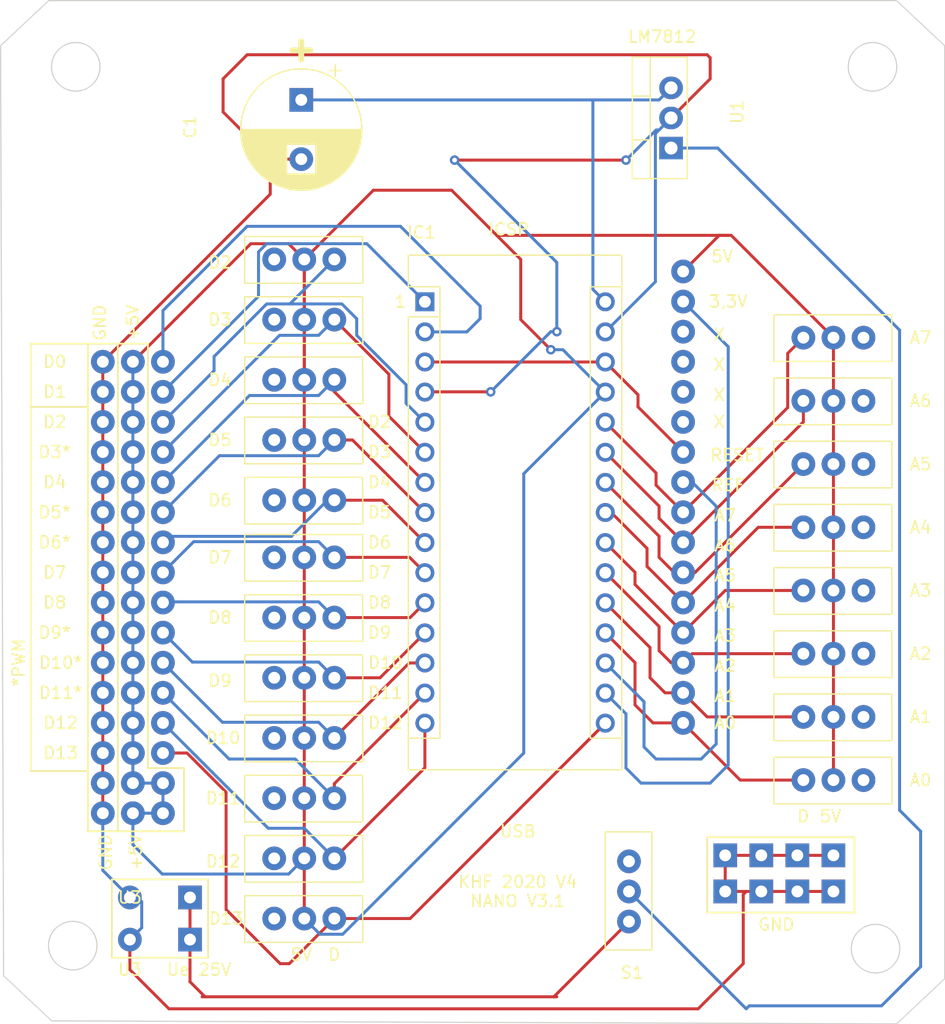
<source format=kicad_pcb>
(kicad_pcb (version 20171130) (host pcbnew "(5.1.6)-1")

  (general
    (thickness 1.6)
    (drawings 91)
    (tracks 325)
    (zones 0)
    (modules 38)
    (nets 56)
  )

  (page A4)
  (layers
    (0 F.Cu signal)
    (31 B.Cu signal)
    (32 B.Adhes user)
    (33 F.Adhes user)
    (34 B.Paste user)
    (35 F.Paste user)
    (36 B.SilkS user)
    (37 F.SilkS user)
    (38 B.Mask user)
    (39 F.Mask user)
    (40 Dwgs.User user)
    (41 Cmts.User user)
    (42 Eco1.User user)
    (43 Eco2.User user)
    (44 Edge.Cuts user)
    (45 Margin user)
    (46 B.CrtYd user)
    (47 F.CrtYd user)
    (48 B.Fab user)
    (49 F.Fab user)
  )

  (setup
    (last_trace_width 0.25)
    (trace_clearance 0.2)
    (zone_clearance 0.508)
    (zone_45_only no)
    (trace_min 0.2)
    (via_size 0.8)
    (via_drill 0.4)
    (via_min_size 0.4)
    (via_min_drill 0.3)
    (uvia_size 0.3)
    (uvia_drill 0.1)
    (uvias_allowed no)
    (uvia_min_size 0.2)
    (uvia_min_drill 0.1)
    (edge_width 0.1)
    (segment_width 0.2)
    (pcb_text_width 0.3)
    (pcb_text_size 1.5 1.5)
    (mod_edge_width 0.15)
    (mod_text_size 1 1)
    (mod_text_width 0.15)
    (pad_size 2 2)
    (pad_drill 1)
    (pad_to_mask_clearance 0)
    (aux_axis_origin 0 0)
    (visible_elements 7FFFFFFF)
    (pcbplotparams
      (layerselection 0x010fc_ffffffff)
      (usegerberextensions false)
      (usegerberattributes true)
      (usegerberadvancedattributes true)
      (creategerberjobfile true)
      (excludeedgelayer true)
      (linewidth 0.100000)
      (plotframeref false)
      (viasonmask false)
      (mode 1)
      (useauxorigin false)
      (hpglpennumber 1)
      (hpglpenspeed 20)
      (hpglpendiameter 15.000000)
      (psnegative false)
      (psa4output false)
      (plotreference true)
      (plotvalue true)
      (plotinvisibletext false)
      (padsonsilk false)
      (subtractmaskfromsilk false)
      (outputformat 1)
      (mirror false)
      (drillshape 0)
      (scaleselection 1)
      (outputdirectory "../../gerber/NANOV4/"))
  )

  (net 0 "")
  (net 1 "Net-(A1-Pad1)")
  (net 2 "Net-(J4-Pad11)")
  (net 3 "Net-(J4-Pad12)")
  (net 4 "Net-(J4-Pad13)")
  (net 5 "Net-(J4-Pad14)")
  (net 6 "Net-(S1-Pad1)")
  (net 7 "Net-(S1-Pad2)")
  (net 8 "Net-(S1-Pad3)")
  (net 9 +5V)
  (net 10 GND)
  (net 11 "Net-(A0-Pad3)")
  (net 12 "Net-(A0-Pad1)")
  (net 13 "Net-(A1-Pad3)")
  (net 14 "Net-(A2-Pad3)")
  (net 15 "Net-(A2-Pad1)")
  (net 16 "Net-(A3-Pad1)")
  (net 17 "Net-(A3-Pad3)")
  (net 18 "Net-(A4-Pad3)")
  (net 19 "Net-(A4-Pad1)")
  (net 20 "Net-(A5-Pad1)")
  (net 21 "Net-(A5-Pad3)")
  (net 22 "Net-(A6-Pad3)")
  (net 23 "Net-(A6-Pad1)")
  (net 24 "Net-(A7-Pad1)")
  (net 25 "Net-(A7-Pad3)")
  (net 26 "Net-(C1-Pad1)")
  (net 27 "Net-(D2-Pad1)")
  (net 28 "Net-(D2-Pad3)")
  (net 29 "Net-(D3-Pad3)")
  (net 30 "Net-(D3-Pad1)")
  (net 31 "Net-(D4-Pad1)")
  (net 32 "Net-(D4-Pad3)")
  (net 33 "Net-(D5-Pad1)")
  (net 34 "Net-(D5-Pad3)")
  (net 35 "Net-(D6-Pad3)")
  (net 36 "Net-(D6-Pad1)")
  (net 37 "Net-(D7-Pad1)")
  (net 38 "Net-(D7-Pad3)")
  (net 39 "Net-(D8-Pad3)")
  (net 40 "Net-(D8-Pad1)")
  (net 41 "Net-(D9-Pad1)")
  (net 42 "Net-(D9-Pad3)")
  (net 43 "Net-(D10-Pad3)")
  (net 44 "Net-(D10-Pad1)")
  (net 45 "Net-(D11-Pad1)")
  (net 46 "Net-(D11-Pad3)")
  (net 47 "Net-(D12-Pad3)")
  (net 48 "Net-(D12-Pad1)")
  (net 49 "Net-(D13-Pad3)")
  (net 50 "Net-(D13-Pad1)")
  (net 51 "Net-(IC1-Pad1)")
  (net 52 "Net-(IC1-Pad17)")
  (net 53 "Net-(IC1-Pad2)")
  (net 54 "Net-(IC1-Pad18)")
  (net 55 "Net-(IC1-Pad28)")

  (net_class Default "Dies ist die voreingestellte Netzklasse."
    (clearance 0.2)
    (trace_width 0.25)
    (via_dia 0.8)
    (via_drill 0.4)
    (uvia_dia 0.3)
    (uvia_drill 0.1)
    (add_net +5V)
    (add_net GND)
    (add_net "Net-(A0-Pad1)")
    (add_net "Net-(A0-Pad3)")
    (add_net "Net-(A1-Pad1)")
    (add_net "Net-(A1-Pad3)")
    (add_net "Net-(A2-Pad1)")
    (add_net "Net-(A2-Pad3)")
    (add_net "Net-(A3-Pad1)")
    (add_net "Net-(A3-Pad3)")
    (add_net "Net-(A4-Pad1)")
    (add_net "Net-(A4-Pad3)")
    (add_net "Net-(A5-Pad1)")
    (add_net "Net-(A5-Pad3)")
    (add_net "Net-(A6-Pad1)")
    (add_net "Net-(A6-Pad3)")
    (add_net "Net-(A7-Pad1)")
    (add_net "Net-(A7-Pad3)")
    (add_net "Net-(C1-Pad1)")
    (add_net "Net-(D10-Pad1)")
    (add_net "Net-(D10-Pad3)")
    (add_net "Net-(D11-Pad1)")
    (add_net "Net-(D11-Pad3)")
    (add_net "Net-(D12-Pad1)")
    (add_net "Net-(D12-Pad3)")
    (add_net "Net-(D13-Pad1)")
    (add_net "Net-(D13-Pad3)")
    (add_net "Net-(D2-Pad1)")
    (add_net "Net-(D2-Pad3)")
    (add_net "Net-(D3-Pad1)")
    (add_net "Net-(D3-Pad3)")
    (add_net "Net-(D4-Pad1)")
    (add_net "Net-(D4-Pad3)")
    (add_net "Net-(D5-Pad1)")
    (add_net "Net-(D5-Pad3)")
    (add_net "Net-(D6-Pad1)")
    (add_net "Net-(D6-Pad3)")
    (add_net "Net-(D7-Pad1)")
    (add_net "Net-(D7-Pad3)")
    (add_net "Net-(D8-Pad1)")
    (add_net "Net-(D8-Pad3)")
    (add_net "Net-(D9-Pad1)")
    (add_net "Net-(D9-Pad3)")
    (add_net "Net-(IC1-Pad1)")
    (add_net "Net-(IC1-Pad17)")
    (add_net "Net-(IC1-Pad18)")
    (add_net "Net-(IC1-Pad2)")
    (add_net "Net-(IC1-Pad28)")
    (add_net "Net-(J4-Pad11)")
    (add_net "Net-(J4-Pad12)")
    (add_net "Net-(J4-Pad13)")
    (add_net "Net-(J4-Pad14)")
    (add_net "Net-(S1-Pad1)")
    (add_net "Net-(S1-Pad2)")
    (add_net "Net-(S1-Pad3)")
  )

  (module !Goody:LP (layer F.Cu) (tedit 5FBA6FC5) (tstamp 5FBABF6E)
    (at 167.386 112.522)
    (descr LP)
    (fp_text reference LP (at 2.54 -4) (layer F.Fab)
      (effects (font (size 1 1) (thickness 0.15)))
    )
    (fp_text value LP (at 2.54 -6) (layer F.Fab)
      (effects (font (size 1 1) (thickness 0.15)))
    )
    (pad 1 thru_hole rect (at 0 0) (size 2 2) (drill 1) (layers *.Cu *.Mask)
      (net 10 GND))
  )

  (module !Goody:LP (layer F.Cu) (tedit 5FBA6FD2) (tstamp 5FBABF6E)
    (at 167.386 115.57)
    (descr LP)
    (fp_text reference LP (at 2.54 -4) (layer F.Fab)
      (effects (font (size 1 1) (thickness 0.15)))
    )
    (fp_text value LP (at 2.54 -6) (layer F.Fab)
      (effects (font (size 1 1) (thickness 0.15)))
    )
    (pad 1 thru_hole rect (at 0 0) (size 2 2) (drill 1) (layers *.Cu *.Mask)
      (net 10 GND))
  )

  (module !Goody:LP (layer F.Cu) (tedit 5FBA6DE7) (tstamp 5FBAB7A0)
    (at 164.338 115.57)
    (descr LP)
    (fp_text reference LP (at 2.54 -4) (layer F.Fab)
      (effects (font (size 1 1) (thickness 0.15)))
    )
    (fp_text value LP (at 2.54 -6) (layer F.Fab)
      (effects (font (size 1 1) (thickness 0.15)))
    )
    (pad 1 thru_hole rect (at 0 0) (size 2 2) (drill 1) (layers *.Cu *.Mask)
      (net 10 GND))
  )

  (module !Goody:LP (layer F.Cu) (tedit 5FBA6DDE) (tstamp 5FBAB7A0)
    (at 161.29 115.57)
    (descr LP)
    (fp_text reference LP (at 2.54 -4) (layer F.Fab)
      (effects (font (size 1 1) (thickness 0.15)))
    )
    (fp_text value LP (at 2.54 -6) (layer F.Fab)
      (effects (font (size 1 1) (thickness 0.15)))
    )
    (pad 1 thru_hole rect (at 0 0) (size 2 2) (drill 1) (layers *.Cu *.Mask)
      (net 10 GND))
  )

  (module !Goody:LP (layer F.Cu) (tedit 5FBA6DD6) (tstamp 5FBAB7A0)
    (at 158.242 115.57)
    (descr LP)
    (fp_text reference LP (at 2.54 -4) (layer B.Fab)
      (effects (font (size 1 1) (thickness 0.15)))
    )
    (fp_text value GND (at 4.318 2.794) (layer F.SilkS)
      (effects (font (size 1 1) (thickness 0.15)))
    )
    (pad 1 thru_hole rect (at 0 0) (size 2 2) (drill 1) (layers *.Cu *.Mask)
      (net 10 GND))
  )

  (module !Goody:LP (layer F.Cu) (tedit 5FBA6DEF) (tstamp 5FBAB7A0)
    (at 164.338 112.522)
    (descr LP)
    (fp_text reference LP (at 2.54 -4) (layer F.Fab)
      (effects (font (size 1 1) (thickness 0.15)))
    )
    (fp_text value LP (at 2.54 -6) (layer F.Fab)
      (effects (font (size 1 1) (thickness 0.15)))
    )
    (pad 1 thru_hole rect (at 0 0) (size 2 2) (drill 1) (layers *.Cu *.Mask)
      (net 10 GND))
  )

  (module !Goody:LP (layer F.Cu) (tedit 5FBA6D99) (tstamp 5FBAB7A0)
    (at 161.29 112.522)
    (descr LP)
    (fp_text reference LP (at 2.54 -4) (layer F.Fab)
      (effects (font (size 1 1) (thickness 0.15)))
    )
    (fp_text value LP (at 2.54 -6) (layer F.Fab)
      (effects (font (size 1 1) (thickness 0.15)))
    )
    (pad 1 thru_hole rect (at 0 0) (size 2 2) (drill 1) (layers *.Cu *.Mask)
      (net 10 GND))
  )

  (module !Goody:LP (layer F.Cu) (tedit 5FBA6D04) (tstamp 5FBAB5EC)
    (at 158.242 112.522)
    (descr LP)
    (fp_text reference LP (at 2.54 -4) (layer F.Fab)
      (effects (font (size 1 1) (thickness 0.15)))
    )
    (fp_text value LP (at 2.54 -6) (layer F.Fab)
      (effects (font (size 1 1) (thickness 0.15)))
    )
    (pad 1 thru_hole rect (at 0 0) (size 2 2) (drill 1) (layers *.Cu *.Mask)
      (net 10 GND))
  )

  (module Package_TO_SOT_THT:TO-220-3_Vertical (layer F.Cu) (tedit 5AC8BA0D) (tstamp 5FBA7B26)
    (at 153.67 52.832 90)
    (descr "TO-220-3, Vertical, RM 2.54mm, see https://www.vishay.com/docs/66542/to-220-1.pdf")
    (tags "TO-220-3 Vertical RM 2.54mm")
    (path /5FBAEF5A)
    (fp_text reference U1 (at 3.048 5.588 90) (layer F.SilkS)
      (effects (font (size 1 1) (thickness 0.15)))
    )
    (fp_text value LM7812_TO220 (at 2.54 2.5 90) (layer F.Fab)
      (effects (font (size 1 1) (thickness 0.15)))
    )
    (fp_line (start -2.46 -3.15) (end -2.46 1.25) (layer F.Fab) (width 0.1))
    (fp_line (start -2.46 1.25) (end 7.54 1.25) (layer F.Fab) (width 0.1))
    (fp_line (start 7.54 1.25) (end 7.54 -3.15) (layer F.Fab) (width 0.1))
    (fp_line (start 7.54 -3.15) (end -2.46 -3.15) (layer F.Fab) (width 0.1))
    (fp_line (start -2.46 -1.88) (end 7.54 -1.88) (layer F.Fab) (width 0.1))
    (fp_line (start 0.69 -3.15) (end 0.69 -1.88) (layer F.Fab) (width 0.1))
    (fp_line (start 4.39 -3.15) (end 4.39 -1.88) (layer F.Fab) (width 0.1))
    (fp_line (start -2.58 -3.27) (end 7.66 -3.27) (layer F.SilkS) (width 0.12))
    (fp_line (start -2.58 1.371) (end 7.66 1.371) (layer F.SilkS) (width 0.12))
    (fp_line (start -2.58 -3.27) (end -2.58 1.371) (layer F.SilkS) (width 0.12))
    (fp_line (start 7.66 -3.27) (end 7.66 1.371) (layer F.SilkS) (width 0.12))
    (fp_line (start -2.58 -1.76) (end 7.66 -1.76) (layer F.SilkS) (width 0.12))
    (fp_line (start 0.69 -3.27) (end 0.69 -1.76) (layer F.SilkS) (width 0.12))
    (fp_line (start 4.391 -3.27) (end 4.391 -1.76) (layer F.SilkS) (width 0.12))
    (fp_line (start -2.71 -3.4) (end -2.71 1.51) (layer F.CrtYd) (width 0.05))
    (fp_line (start -2.71 1.51) (end 7.79 1.51) (layer F.CrtYd) (width 0.05))
    (fp_line (start 7.79 1.51) (end 7.79 -3.4) (layer F.CrtYd) (width 0.05))
    (fp_line (start 7.79 -3.4) (end -2.71 -3.4) (layer F.CrtYd) (width 0.05))
    (fp_text user %R (at 2.54 -4.27 90) (layer F.Fab)
      (effects (font (size 1 1) (thickness 0.15)))
    )
    (pad 1 thru_hole rect (at 0 0 90) (size 1.905 2) (drill 1.1) (layers *.Cu *.Mask)
      (net 7 "Net-(S1-Pad2)"))
    (pad 2 thru_hole oval (at 2.54 0 90) (size 1.905 2) (drill 1.1) (layers *.Cu *.Mask)
      (net 10 GND))
    (pad 3 thru_hole oval (at 5.08 0 90) (size 1.905 2) (drill 1.1) (layers *.Cu *.Mask)
      (net 26 "Net-(C1-Pad1)"))
    (model ${KISYS3DMOD}/Package_TO_SOT_THT.3dshapes/TO-220-3_Vertical.wrl
      (at (xyz 0 0 0))
      (scale (xyz 1 1 1))
      (rotate (xyz 0 0 0))
    )
  )

  (module KHF_LIB:NANO_Stift_16PIN (layer F.Cu) (tedit 5FBA8B42) (tstamp 5FA5A595)
    (at 110.744 70.866 270)
    (descr NANO_Stift_16PIN)
    (tags "connector TE 826576 vertical")
    (path /5FEB9625)
    (fp_text reference J3 (at 38.1 -0.254 90) (layer Dwgs.User)
      (effects (font (size 1 1) (thickness 0.15)))
    )
    (fp_text value NANO16PINStiftleiste (at -8.89 0 90) (layer F.Fab)
      (effects (font (size 1 1) (thickness 0.15)))
    )
    (fp_text user %R (at 44.704 4.826 90) (layer F.Fab)
      (effects (font (size 1 1) (thickness 0.15)))
    )
    (pad 16 thru_hole circle (at 38.1 0 270) (size 2 2) (drill 1) (layers *.Cu *.Mask)
      (net 9 +5V))
    (pad 15 thru_hole circle (at 35.56 0 270) (size 2 2) (drill 1) (layers *.Cu *.Mask)
      (net 9 +5V))
    (pad 14 thru_hole circle (at 33.02 0 270) (size 2 2) (drill 1) (layers *.Cu *.Mask)
      (net 50 "Net-(D13-Pad1)"))
    (pad 13 thru_hole circle (at 30.48 0 270) (size 2 2) (drill 1) (layers *.Cu *.Mask)
      (net 48 "Net-(D12-Pad1)"))
    (pad 12 thru_hole circle (at 27.94 0 270) (size 2 2) (drill 1) (layers *.Cu *.Mask)
      (net 45 "Net-(D11-Pad1)"))
    (pad 11 thru_hole circle (at 25.4 0 270) (size 2 2) (drill 1) (layers *.Cu *.Mask)
      (net 44 "Net-(D10-Pad1)"))
    (pad 10 thru_hole circle (at 22.86 0 270) (size 2 2) (drill 1) (layers *.Cu *.Mask)
      (net 41 "Net-(D9-Pad1)"))
    (pad 9 thru_hole circle (at 20.32 0 270) (size 2 2) (drill 1) (layers *.Cu *.Mask)
      (net 40 "Net-(D8-Pad1)"))
    (pad 8 thru_hole circle (at 17.78 0 270) (size 2 2) (drill 1) (layers *.Cu *.Mask)
      (net 37 "Net-(D7-Pad1)"))
    (pad 7 thru_hole circle (at 15.24 0 270) (size 2 2) (drill 1) (layers *.Cu *.Mask)
      (net 36 "Net-(D6-Pad1)"))
    (pad 6 thru_hole circle (at 12.7 0 270) (size 2 2) (drill 1) (layers *.Cu *.Mask)
      (net 33 "Net-(D5-Pad1)"))
    (pad 5 thru_hole circle (at 10.16 0 270) (size 2 2) (drill 1) (layers *.Cu *.Mask)
      (net 31 "Net-(D4-Pad1)"))
    (pad 4 thru_hole circle (at 7.62 0 270) (size 2 2) (drill 1) (layers *.Cu *.Mask)
      (net 30 "Net-(D3-Pad1)"))
    (pad 3 thru_hole circle (at 5.08 0 270) (size 2 2) (drill 1) (layers *.Cu *.Mask)
      (net 27 "Net-(D2-Pad1)"))
    (pad 2 thru_hole circle (at 2.54 0 270) (size 2 2) (drill 1) (layers *.Cu *.Mask)
      (net 51 "Net-(IC1-Pad1)"))
    (pad 1 thru_hole circle (at 0 0 270) (size 2 2) (drill 1) (layers *.Cu *.Mask)
      (net 53 "Net-(IC1-Pad2)"))
    (model ${KISYS3DMOD}/Connector_TE-Connectivity.3dshapes/TE_1-826576-6_1x16_P3.96mm_Vertical.wrl
      (at (xyz 0 0 0))
      (scale (xyz 1 1 1))
      (rotate (xyz 0 0 0))
    )
  )

  (module Module:Arduino_Nano (layer F.Cu) (tedit 58ACAF70) (tstamp 5FA599C5)
    (at 132.873001 65.807001)
    (descr "Arduino Nano, http://www.mouser.com/pdfdocs/Gravitech_Arduino_Nano3_0.pdf")
    (tags "Arduino Nano")
    (path /5F78454D)
    (fp_text reference IC1 (at -0.285001 -5.863001) (layer F.SilkS)
      (effects (font (size 1 1) (thickness 0.15)))
    )
    (fp_text value Arduino_Nano_v3.x (at 8.89 19.05 90) (layer F.Fab)
      (effects (font (size 1 1) (thickness 0.15)))
    )
    (fp_line (start 16.75 42.16) (end -1.53 42.16) (layer F.CrtYd) (width 0.05))
    (fp_line (start 16.75 42.16) (end 16.75 -4.06) (layer F.CrtYd) (width 0.05))
    (fp_line (start -1.53 -4.06) (end -1.53 42.16) (layer F.CrtYd) (width 0.05))
    (fp_line (start -1.53 -4.06) (end 16.75 -4.06) (layer F.CrtYd) (width 0.05))
    (fp_line (start 16.51 -3.81) (end 16.51 39.37) (layer F.Fab) (width 0.1))
    (fp_line (start 0 -3.81) (end 16.51 -3.81) (layer F.Fab) (width 0.1))
    (fp_line (start -1.27 -2.54) (end 0 -3.81) (layer F.Fab) (width 0.1))
    (fp_line (start -1.27 39.37) (end -1.27 -2.54) (layer F.Fab) (width 0.1))
    (fp_line (start 16.51 39.37) (end -1.27 39.37) (layer F.Fab) (width 0.1))
    (fp_line (start 16.64 -3.94) (end -1.4 -3.94) (layer F.SilkS) (width 0.12))
    (fp_line (start 16.64 39.5) (end 16.64 -3.94) (layer F.SilkS) (width 0.12))
    (fp_line (start -1.4 39.5) (end 16.64 39.5) (layer F.SilkS) (width 0.12))
    (fp_line (start 3.81 41.91) (end 3.81 31.75) (layer F.Fab) (width 0.1))
    (fp_line (start 11.43 41.91) (end 3.81 41.91) (layer F.Fab) (width 0.1))
    (fp_line (start 11.43 31.75) (end 11.43 41.91) (layer F.Fab) (width 0.1))
    (fp_line (start 3.81 31.75) (end 11.43 31.75) (layer F.Fab) (width 0.1))
    (fp_line (start 1.27 36.83) (end -1.4 36.83) (layer F.SilkS) (width 0.12))
    (fp_line (start 1.27 1.27) (end 1.27 36.83) (layer F.SilkS) (width 0.12))
    (fp_line (start 1.27 1.27) (end -1.4 1.27) (layer F.SilkS) (width 0.12))
    (fp_line (start 13.97 36.83) (end 16.64 36.83) (layer F.SilkS) (width 0.12))
    (fp_line (start 13.97 -1.27) (end 13.97 36.83) (layer F.SilkS) (width 0.12))
    (fp_line (start 13.97 -1.27) (end 16.64 -1.27) (layer F.SilkS) (width 0.12))
    (fp_line (start -1.4 -3.94) (end -1.4 -1.27) (layer F.SilkS) (width 0.12))
    (fp_line (start -1.4 1.27) (end -1.4 39.5) (layer F.SilkS) (width 0.12))
    (fp_line (start 1.27 -1.27) (end -1.4 -1.27) (layer F.SilkS) (width 0.12))
    (fp_line (start 1.27 1.27) (end 1.27 -1.27) (layer F.SilkS) (width 0.12))
    (fp_text user %R (at 6.35 19.05 90) (layer F.Fab)
      (effects (font (size 1 1) (thickness 0.15)))
    )
    (pad 1 thru_hole rect (at 0 0) (size 1.6 1.6) (drill 1) (layers *.Cu *.Mask)
      (net 51 "Net-(IC1-Pad1)"))
    (pad 17 thru_hole oval (at 15.24 33.02) (size 1.6 1.6) (drill 1) (layers *.Cu *.Mask)
      (net 52 "Net-(IC1-Pad17)"))
    (pad 2 thru_hole oval (at 0 2.54) (size 1.6 1.6) (drill 1) (layers *.Cu *.Mask)
      (net 53 "Net-(IC1-Pad2)"))
    (pad 18 thru_hole oval (at 15.24 30.48) (size 1.6 1.6) (drill 1) (layers *.Cu *.Mask)
      (net 54 "Net-(IC1-Pad18)"))
    (pad 3 thru_hole oval (at 0 5.08) (size 1.6 1.6) (drill 1) (layers *.Cu *.Mask)
      (net 55 "Net-(IC1-Pad28)"))
    (pad 19 thru_hole oval (at 15.24 27.94) (size 1.6 1.6) (drill 1) (layers *.Cu *.Mask)
      (net 11 "Net-(A0-Pad3)"))
    (pad 4 thru_hole oval (at 0 7.62) (size 1.6 1.6) (drill 1) (layers *.Cu *.Mask)
      (net 10 GND))
    (pad 20 thru_hole oval (at 15.24 25.4) (size 1.6 1.6) (drill 1) (layers *.Cu *.Mask)
      (net 13 "Net-(A1-Pad3)"))
    (pad 5 thru_hole oval (at 0 10.16) (size 1.6 1.6) (drill 1) (layers *.Cu *.Mask)
      (net 27 "Net-(D2-Pad1)"))
    (pad 21 thru_hole oval (at 15.24 22.86) (size 1.6 1.6) (drill 1) (layers *.Cu *.Mask)
      (net 14 "Net-(A2-Pad3)"))
    (pad 6 thru_hole oval (at 0 12.7) (size 1.6 1.6) (drill 1) (layers *.Cu *.Mask)
      (net 30 "Net-(D3-Pad1)"))
    (pad 22 thru_hole oval (at 15.24 20.32) (size 1.6 1.6) (drill 1) (layers *.Cu *.Mask)
      (net 17 "Net-(A3-Pad3)"))
    (pad 7 thru_hole oval (at 0 15.24) (size 1.6 1.6) (drill 1) (layers *.Cu *.Mask)
      (net 31 "Net-(D4-Pad1)"))
    (pad 23 thru_hole oval (at 15.24 17.78) (size 1.6 1.6) (drill 1) (layers *.Cu *.Mask)
      (net 18 "Net-(A4-Pad3)"))
    (pad 8 thru_hole oval (at 0 17.78) (size 1.6 1.6) (drill 1) (layers *.Cu *.Mask)
      (net 33 "Net-(D5-Pad1)"))
    (pad 24 thru_hole oval (at 15.24 15.24) (size 1.6 1.6) (drill 1) (layers *.Cu *.Mask)
      (net 21 "Net-(A5-Pad3)"))
    (pad 9 thru_hole oval (at 0 20.32) (size 1.6 1.6) (drill 1) (layers *.Cu *.Mask)
      (net 36 "Net-(D6-Pad1)"))
    (pad 25 thru_hole oval (at 15.24 12.7) (size 1.6 1.6) (drill 1) (layers *.Cu *.Mask)
      (net 22 "Net-(A6-Pad3)"))
    (pad 10 thru_hole oval (at 0 22.86) (size 1.6 1.6) (drill 1) (layers *.Cu *.Mask)
      (net 37 "Net-(D7-Pad1)"))
    (pad 26 thru_hole oval (at 15.24 10.16) (size 1.6 1.6) (drill 1) (layers *.Cu *.Mask)
      (net 25 "Net-(A7-Pad3)"))
    (pad 11 thru_hole oval (at 0 25.4) (size 1.6 1.6) (drill 1) (layers *.Cu *.Mask)
      (net 40 "Net-(D8-Pad1)"))
    (pad 27 thru_hole oval (at 15.24 7.62) (size 1.6 1.6) (drill 1) (layers *.Cu *.Mask)
      (net 9 +5V))
    (pad 12 thru_hole oval (at 0 27.94) (size 1.6 1.6) (drill 1) (layers *.Cu *.Mask)
      (net 41 "Net-(D9-Pad1)"))
    (pad 28 thru_hole oval (at 15.24 5.08) (size 1.6 1.6) (drill 1) (layers *.Cu *.Mask)
      (net 55 "Net-(IC1-Pad28)"))
    (pad 13 thru_hole oval (at 0 30.48) (size 1.6 1.6) (drill 1) (layers *.Cu *.Mask)
      (net 44 "Net-(D10-Pad1)"))
    (pad 29 thru_hole oval (at 15.24 2.54) (size 1.6 1.6) (drill 1) (layers *.Cu *.Mask)
      (net 10 GND))
    (pad 14 thru_hole oval (at 0 33.02) (size 1.6 1.6) (drill 1) (layers *.Cu *.Mask)
      (net 45 "Net-(D11-Pad1)"))
    (pad 30 thru_hole oval (at 15.24 0) (size 1.6 1.6) (drill 1) (layers *.Cu *.Mask)
      (net 26 "Net-(C1-Pad1)"))
    (pad 15 thru_hole oval (at 0 35.56) (size 1.6 1.6) (drill 1) (layers *.Cu *.Mask)
      (net 48 "Net-(D12-Pad1)"))
    (pad 16 thru_hole oval (at 15.24 35.56) (size 1.6 1.6) (drill 1) (layers *.Cu *.Mask)
      (net 50 "Net-(D13-Pad1)"))
    (model ${KISYS3DMOD}/Module.3dshapes/Arduino_Nano_WithMountingHoles.wrl
      (at (xyz 0 0 0))
      (scale (xyz 1 1 1))
      (rotate (xyz 0 0 0))
    )
  )

  (module Capacitor_THT:CP_Radial_D10.0mm_P5.00mm (layer F.Cu) (tedit 5AE50EF1) (tstamp 5FA59A91)
    (at 122.428 48.768 270)
    (descr "CP, Radial series, Radial, pin pitch=5.00mm, , diameter=10mm, Electrolytic Capacitor")
    (tags "CP Radial series Radial pin pitch 5.00mm  diameter 10mm Electrolytic Capacitor")
    (path /5FA59094)
    (fp_text reference C1 (at 2.286 9.398 90) (layer F.SilkS)
      (effects (font (size 1 1) (thickness 0.15)))
    )
    (fp_text value CAP (at 2.5 6.25 90) (layer F.Fab)
      (effects (font (size 1 1) (thickness 0.15)))
    )
    (fp_line (start -2.479646 -3.375) (end -2.479646 -2.375) (layer F.SilkS) (width 0.12))
    (fp_line (start -2.979646 -2.875) (end -1.979646 -2.875) (layer F.SilkS) (width 0.12))
    (fp_line (start 7.581 -0.599) (end 7.581 0.599) (layer F.SilkS) (width 0.12))
    (fp_line (start 7.541 -0.862) (end 7.541 0.862) (layer F.SilkS) (width 0.12))
    (fp_line (start 7.501 -1.062) (end 7.501 1.062) (layer F.SilkS) (width 0.12))
    (fp_line (start 7.461 -1.23) (end 7.461 1.23) (layer F.SilkS) (width 0.12))
    (fp_line (start 7.421 -1.378) (end 7.421 1.378) (layer F.SilkS) (width 0.12))
    (fp_line (start 7.381 -1.51) (end 7.381 1.51) (layer F.SilkS) (width 0.12))
    (fp_line (start 7.341 -1.63) (end 7.341 1.63) (layer F.SilkS) (width 0.12))
    (fp_line (start 7.301 -1.742) (end 7.301 1.742) (layer F.SilkS) (width 0.12))
    (fp_line (start 7.261 -1.846) (end 7.261 1.846) (layer F.SilkS) (width 0.12))
    (fp_line (start 7.221 -1.944) (end 7.221 1.944) (layer F.SilkS) (width 0.12))
    (fp_line (start 7.181 -2.037) (end 7.181 2.037) (layer F.SilkS) (width 0.12))
    (fp_line (start 7.141 -2.125) (end 7.141 2.125) (layer F.SilkS) (width 0.12))
    (fp_line (start 7.101 -2.209) (end 7.101 2.209) (layer F.SilkS) (width 0.12))
    (fp_line (start 7.061 -2.289) (end 7.061 2.289) (layer F.SilkS) (width 0.12))
    (fp_line (start 7.021 -2.365) (end 7.021 2.365) (layer F.SilkS) (width 0.12))
    (fp_line (start 6.981 -2.439) (end 6.981 2.439) (layer F.SilkS) (width 0.12))
    (fp_line (start 6.941 -2.51) (end 6.941 2.51) (layer F.SilkS) (width 0.12))
    (fp_line (start 6.901 -2.579) (end 6.901 2.579) (layer F.SilkS) (width 0.12))
    (fp_line (start 6.861 -2.645) (end 6.861 2.645) (layer F.SilkS) (width 0.12))
    (fp_line (start 6.821 -2.709) (end 6.821 2.709) (layer F.SilkS) (width 0.12))
    (fp_line (start 6.781 -2.77) (end 6.781 2.77) (layer F.SilkS) (width 0.12))
    (fp_line (start 6.741 -2.83) (end 6.741 2.83) (layer F.SilkS) (width 0.12))
    (fp_line (start 6.701 -2.889) (end 6.701 2.889) (layer F.SilkS) (width 0.12))
    (fp_line (start 6.661 -2.945) (end 6.661 2.945) (layer F.SilkS) (width 0.12))
    (fp_line (start 6.621 -3) (end 6.621 3) (layer F.SilkS) (width 0.12))
    (fp_line (start 6.581 -3.054) (end 6.581 3.054) (layer F.SilkS) (width 0.12))
    (fp_line (start 6.541 -3.106) (end 6.541 3.106) (layer F.SilkS) (width 0.12))
    (fp_line (start 6.501 -3.156) (end 6.501 3.156) (layer F.SilkS) (width 0.12))
    (fp_line (start 6.461 -3.206) (end 6.461 3.206) (layer F.SilkS) (width 0.12))
    (fp_line (start 6.421 -3.254) (end 6.421 3.254) (layer F.SilkS) (width 0.12))
    (fp_line (start 6.381 -3.301) (end 6.381 3.301) (layer F.SilkS) (width 0.12))
    (fp_line (start 6.341 -3.347) (end 6.341 3.347) (layer F.SilkS) (width 0.12))
    (fp_line (start 6.301 -3.392) (end 6.301 3.392) (layer F.SilkS) (width 0.12))
    (fp_line (start 6.261 -3.436) (end 6.261 3.436) (layer F.SilkS) (width 0.12))
    (fp_line (start 6.221 1.241) (end 6.221 3.478) (layer F.SilkS) (width 0.12))
    (fp_line (start 6.221 -3.478) (end 6.221 -1.241) (layer F.SilkS) (width 0.12))
    (fp_line (start 6.181 1.241) (end 6.181 3.52) (layer F.SilkS) (width 0.12))
    (fp_line (start 6.181 -3.52) (end 6.181 -1.241) (layer F.SilkS) (width 0.12))
    (fp_line (start 6.141 1.241) (end 6.141 3.561) (layer F.SilkS) (width 0.12))
    (fp_line (start 6.141 -3.561) (end 6.141 -1.241) (layer F.SilkS) (width 0.12))
    (fp_line (start 6.101 1.241) (end 6.101 3.601) (layer F.SilkS) (width 0.12))
    (fp_line (start 6.101 -3.601) (end 6.101 -1.241) (layer F.SilkS) (width 0.12))
    (fp_line (start 6.061 1.241) (end 6.061 3.64) (layer F.SilkS) (width 0.12))
    (fp_line (start 6.061 -3.64) (end 6.061 -1.241) (layer F.SilkS) (width 0.12))
    (fp_line (start 6.021 1.241) (end 6.021 3.679) (layer F.SilkS) (width 0.12))
    (fp_line (start 6.021 -3.679) (end 6.021 -1.241) (layer F.SilkS) (width 0.12))
    (fp_line (start 5.981 1.241) (end 5.981 3.716) (layer F.SilkS) (width 0.12))
    (fp_line (start 5.981 -3.716) (end 5.981 -1.241) (layer F.SilkS) (width 0.12))
    (fp_line (start 5.941 1.241) (end 5.941 3.753) (layer F.SilkS) (width 0.12))
    (fp_line (start 5.941 -3.753) (end 5.941 -1.241) (layer F.SilkS) (width 0.12))
    (fp_line (start 5.901 1.241) (end 5.901 3.789) (layer F.SilkS) (width 0.12))
    (fp_line (start 5.901 -3.789) (end 5.901 -1.241) (layer F.SilkS) (width 0.12))
    (fp_line (start 5.861 1.241) (end 5.861 3.824) (layer F.SilkS) (width 0.12))
    (fp_line (start 5.861 -3.824) (end 5.861 -1.241) (layer F.SilkS) (width 0.12))
    (fp_line (start 5.821 1.241) (end 5.821 3.858) (layer F.SilkS) (width 0.12))
    (fp_line (start 5.821 -3.858) (end 5.821 -1.241) (layer F.SilkS) (width 0.12))
    (fp_line (start 5.781 1.241) (end 5.781 3.892) (layer F.SilkS) (width 0.12))
    (fp_line (start 5.781 -3.892) (end 5.781 -1.241) (layer F.SilkS) (width 0.12))
    (fp_line (start 5.741 1.241) (end 5.741 3.925) (layer F.SilkS) (width 0.12))
    (fp_line (start 5.741 -3.925) (end 5.741 -1.241) (layer F.SilkS) (width 0.12))
    (fp_line (start 5.701 1.241) (end 5.701 3.957) (layer F.SilkS) (width 0.12))
    (fp_line (start 5.701 -3.957) (end 5.701 -1.241) (layer F.SilkS) (width 0.12))
    (fp_line (start 5.661 1.241) (end 5.661 3.989) (layer F.SilkS) (width 0.12))
    (fp_line (start 5.661 -3.989) (end 5.661 -1.241) (layer F.SilkS) (width 0.12))
    (fp_line (start 5.621 1.241) (end 5.621 4.02) (layer F.SilkS) (width 0.12))
    (fp_line (start 5.621 -4.02) (end 5.621 -1.241) (layer F.SilkS) (width 0.12))
    (fp_line (start 5.581 1.241) (end 5.581 4.05) (layer F.SilkS) (width 0.12))
    (fp_line (start 5.581 -4.05) (end 5.581 -1.241) (layer F.SilkS) (width 0.12))
    (fp_line (start 5.541 1.241) (end 5.541 4.08) (layer F.SilkS) (width 0.12))
    (fp_line (start 5.541 -4.08) (end 5.541 -1.241) (layer F.SilkS) (width 0.12))
    (fp_line (start 5.501 1.241) (end 5.501 4.11) (layer F.SilkS) (width 0.12))
    (fp_line (start 5.501 -4.11) (end 5.501 -1.241) (layer F.SilkS) (width 0.12))
    (fp_line (start 5.461 1.241) (end 5.461 4.138) (layer F.SilkS) (width 0.12))
    (fp_line (start 5.461 -4.138) (end 5.461 -1.241) (layer F.SilkS) (width 0.12))
    (fp_line (start 5.421 1.241) (end 5.421 4.166) (layer F.SilkS) (width 0.12))
    (fp_line (start 5.421 -4.166) (end 5.421 -1.241) (layer F.SilkS) (width 0.12))
    (fp_line (start 5.381 1.241) (end 5.381 4.194) (layer F.SilkS) (width 0.12))
    (fp_line (start 5.381 -4.194) (end 5.381 -1.241) (layer F.SilkS) (width 0.12))
    (fp_line (start 5.341 1.241) (end 5.341 4.221) (layer F.SilkS) (width 0.12))
    (fp_line (start 5.341 -4.221) (end 5.341 -1.241) (layer F.SilkS) (width 0.12))
    (fp_line (start 5.301 1.241) (end 5.301 4.247) (layer F.SilkS) (width 0.12))
    (fp_line (start 5.301 -4.247) (end 5.301 -1.241) (layer F.SilkS) (width 0.12))
    (fp_line (start 5.261 1.241) (end 5.261 4.273) (layer F.SilkS) (width 0.12))
    (fp_line (start 5.261 -4.273) (end 5.261 -1.241) (layer F.SilkS) (width 0.12))
    (fp_line (start 5.221 1.241) (end 5.221 4.298) (layer F.SilkS) (width 0.12))
    (fp_line (start 5.221 -4.298) (end 5.221 -1.241) (layer F.SilkS) (width 0.12))
    (fp_line (start 5.181 1.241) (end 5.181 4.323) (layer F.SilkS) (width 0.12))
    (fp_line (start 5.181 -4.323) (end 5.181 -1.241) (layer F.SilkS) (width 0.12))
    (fp_line (start 5.141 1.241) (end 5.141 4.347) (layer F.SilkS) (width 0.12))
    (fp_line (start 5.141 -4.347) (end 5.141 -1.241) (layer F.SilkS) (width 0.12))
    (fp_line (start 5.101 1.241) (end 5.101 4.371) (layer F.SilkS) (width 0.12))
    (fp_line (start 5.101 -4.371) (end 5.101 -1.241) (layer F.SilkS) (width 0.12))
    (fp_line (start 5.061 1.241) (end 5.061 4.395) (layer F.SilkS) (width 0.12))
    (fp_line (start 5.061 -4.395) (end 5.061 -1.241) (layer F.SilkS) (width 0.12))
    (fp_line (start 5.021 1.241) (end 5.021 4.417) (layer F.SilkS) (width 0.12))
    (fp_line (start 5.021 -4.417) (end 5.021 -1.241) (layer F.SilkS) (width 0.12))
    (fp_line (start 4.981 1.241) (end 4.981 4.44) (layer F.SilkS) (width 0.12))
    (fp_line (start 4.981 -4.44) (end 4.981 -1.241) (layer F.SilkS) (width 0.12))
    (fp_line (start 4.941 1.241) (end 4.941 4.462) (layer F.SilkS) (width 0.12))
    (fp_line (start 4.941 -4.462) (end 4.941 -1.241) (layer F.SilkS) (width 0.12))
    (fp_line (start 4.901 1.241) (end 4.901 4.483) (layer F.SilkS) (width 0.12))
    (fp_line (start 4.901 -4.483) (end 4.901 -1.241) (layer F.SilkS) (width 0.12))
    (fp_line (start 4.861 1.241) (end 4.861 4.504) (layer F.SilkS) (width 0.12))
    (fp_line (start 4.861 -4.504) (end 4.861 -1.241) (layer F.SilkS) (width 0.12))
    (fp_line (start 4.821 1.241) (end 4.821 4.525) (layer F.SilkS) (width 0.12))
    (fp_line (start 4.821 -4.525) (end 4.821 -1.241) (layer F.SilkS) (width 0.12))
    (fp_line (start 4.781 1.241) (end 4.781 4.545) (layer F.SilkS) (width 0.12))
    (fp_line (start 4.781 -4.545) (end 4.781 -1.241) (layer F.SilkS) (width 0.12))
    (fp_line (start 4.741 1.241) (end 4.741 4.564) (layer F.SilkS) (width 0.12))
    (fp_line (start 4.741 -4.564) (end 4.741 -1.241) (layer F.SilkS) (width 0.12))
    (fp_line (start 4.701 1.241) (end 4.701 4.584) (layer F.SilkS) (width 0.12))
    (fp_line (start 4.701 -4.584) (end 4.701 -1.241) (layer F.SilkS) (width 0.12))
    (fp_line (start 4.661 1.241) (end 4.661 4.603) (layer F.SilkS) (width 0.12))
    (fp_line (start 4.661 -4.603) (end 4.661 -1.241) (layer F.SilkS) (width 0.12))
    (fp_line (start 4.621 1.241) (end 4.621 4.621) (layer F.SilkS) (width 0.12))
    (fp_line (start 4.621 -4.621) (end 4.621 -1.241) (layer F.SilkS) (width 0.12))
    (fp_line (start 4.581 1.241) (end 4.581 4.639) (layer F.SilkS) (width 0.12))
    (fp_line (start 4.581 -4.639) (end 4.581 -1.241) (layer F.SilkS) (width 0.12))
    (fp_line (start 4.541 1.241) (end 4.541 4.657) (layer F.SilkS) (width 0.12))
    (fp_line (start 4.541 -4.657) (end 4.541 -1.241) (layer F.SilkS) (width 0.12))
    (fp_line (start 4.501 1.241) (end 4.501 4.674) (layer F.SilkS) (width 0.12))
    (fp_line (start 4.501 -4.674) (end 4.501 -1.241) (layer F.SilkS) (width 0.12))
    (fp_line (start 4.461 1.241) (end 4.461 4.69) (layer F.SilkS) (width 0.12))
    (fp_line (start 4.461 -4.69) (end 4.461 -1.241) (layer F.SilkS) (width 0.12))
    (fp_line (start 4.421 1.241) (end 4.421 4.707) (layer F.SilkS) (width 0.12))
    (fp_line (start 4.421 -4.707) (end 4.421 -1.241) (layer F.SilkS) (width 0.12))
    (fp_line (start 4.381 1.241) (end 4.381 4.723) (layer F.SilkS) (width 0.12))
    (fp_line (start 4.381 -4.723) (end 4.381 -1.241) (layer F.SilkS) (width 0.12))
    (fp_line (start 4.341 1.241) (end 4.341 4.738) (layer F.SilkS) (width 0.12))
    (fp_line (start 4.341 -4.738) (end 4.341 -1.241) (layer F.SilkS) (width 0.12))
    (fp_line (start 4.301 1.241) (end 4.301 4.754) (layer F.SilkS) (width 0.12))
    (fp_line (start 4.301 -4.754) (end 4.301 -1.241) (layer F.SilkS) (width 0.12))
    (fp_line (start 4.261 1.241) (end 4.261 4.768) (layer F.SilkS) (width 0.12))
    (fp_line (start 4.261 -4.768) (end 4.261 -1.241) (layer F.SilkS) (width 0.12))
    (fp_line (start 4.221 1.241) (end 4.221 4.783) (layer F.SilkS) (width 0.12))
    (fp_line (start 4.221 -4.783) (end 4.221 -1.241) (layer F.SilkS) (width 0.12))
    (fp_line (start 4.181 1.241) (end 4.181 4.797) (layer F.SilkS) (width 0.12))
    (fp_line (start 4.181 -4.797) (end 4.181 -1.241) (layer F.SilkS) (width 0.12))
    (fp_line (start 4.141 1.241) (end 4.141 4.811) (layer F.SilkS) (width 0.12))
    (fp_line (start 4.141 -4.811) (end 4.141 -1.241) (layer F.SilkS) (width 0.12))
    (fp_line (start 4.101 1.241) (end 4.101 4.824) (layer F.SilkS) (width 0.12))
    (fp_line (start 4.101 -4.824) (end 4.101 -1.241) (layer F.SilkS) (width 0.12))
    (fp_line (start 4.061 1.241) (end 4.061 4.837) (layer F.SilkS) (width 0.12))
    (fp_line (start 4.061 -4.837) (end 4.061 -1.241) (layer F.SilkS) (width 0.12))
    (fp_line (start 4.021 1.241) (end 4.021 4.85) (layer F.SilkS) (width 0.12))
    (fp_line (start 4.021 -4.85) (end 4.021 -1.241) (layer F.SilkS) (width 0.12))
    (fp_line (start 3.981 1.241) (end 3.981 4.862) (layer F.SilkS) (width 0.12))
    (fp_line (start 3.981 -4.862) (end 3.981 -1.241) (layer F.SilkS) (width 0.12))
    (fp_line (start 3.941 1.241) (end 3.941 4.874) (layer F.SilkS) (width 0.12))
    (fp_line (start 3.941 -4.874) (end 3.941 -1.241) (layer F.SilkS) (width 0.12))
    (fp_line (start 3.901 1.241) (end 3.901 4.885) (layer F.SilkS) (width 0.12))
    (fp_line (start 3.901 -4.885) (end 3.901 -1.241) (layer F.SilkS) (width 0.12))
    (fp_line (start 3.861 1.241) (end 3.861 4.897) (layer F.SilkS) (width 0.12))
    (fp_line (start 3.861 -4.897) (end 3.861 -1.241) (layer F.SilkS) (width 0.12))
    (fp_line (start 3.821 1.241) (end 3.821 4.907) (layer F.SilkS) (width 0.12))
    (fp_line (start 3.821 -4.907) (end 3.821 -1.241) (layer F.SilkS) (width 0.12))
    (fp_line (start 3.781 1.241) (end 3.781 4.918) (layer F.SilkS) (width 0.12))
    (fp_line (start 3.781 -4.918) (end 3.781 -1.241) (layer F.SilkS) (width 0.12))
    (fp_line (start 3.741 -4.928) (end 3.741 4.928) (layer F.SilkS) (width 0.12))
    (fp_line (start 3.701 -4.938) (end 3.701 4.938) (layer F.SilkS) (width 0.12))
    (fp_line (start 3.661 -4.947) (end 3.661 4.947) (layer F.SilkS) (width 0.12))
    (fp_line (start 3.621 -4.956) (end 3.621 4.956) (layer F.SilkS) (width 0.12))
    (fp_line (start 3.581 -4.965) (end 3.581 4.965) (layer F.SilkS) (width 0.12))
    (fp_line (start 3.541 -4.974) (end 3.541 4.974) (layer F.SilkS) (width 0.12))
    (fp_line (start 3.501 -4.982) (end 3.501 4.982) (layer F.SilkS) (width 0.12))
    (fp_line (start 3.461 -4.99) (end 3.461 4.99) (layer F.SilkS) (width 0.12))
    (fp_line (start 3.421 -4.997) (end 3.421 4.997) (layer F.SilkS) (width 0.12))
    (fp_line (start 3.381 -5.004) (end 3.381 5.004) (layer F.SilkS) (width 0.12))
    (fp_line (start 3.341 -5.011) (end 3.341 5.011) (layer F.SilkS) (width 0.12))
    (fp_line (start 3.301 -5.018) (end 3.301 5.018) (layer F.SilkS) (width 0.12))
    (fp_line (start 3.261 -5.024) (end 3.261 5.024) (layer F.SilkS) (width 0.12))
    (fp_line (start 3.221 -5.03) (end 3.221 5.03) (layer F.SilkS) (width 0.12))
    (fp_line (start 3.18 -5.035) (end 3.18 5.035) (layer F.SilkS) (width 0.12))
    (fp_line (start 3.14 -5.04) (end 3.14 5.04) (layer F.SilkS) (width 0.12))
    (fp_line (start 3.1 -5.045) (end 3.1 5.045) (layer F.SilkS) (width 0.12))
    (fp_line (start 3.06 -5.05) (end 3.06 5.05) (layer F.SilkS) (width 0.12))
    (fp_line (start 3.02 -5.054) (end 3.02 5.054) (layer F.SilkS) (width 0.12))
    (fp_line (start 2.98 -5.058) (end 2.98 5.058) (layer F.SilkS) (width 0.12))
    (fp_line (start 2.94 -5.062) (end 2.94 5.062) (layer F.SilkS) (width 0.12))
    (fp_line (start 2.9 -5.065) (end 2.9 5.065) (layer F.SilkS) (width 0.12))
    (fp_line (start 2.86 -5.068) (end 2.86 5.068) (layer F.SilkS) (width 0.12))
    (fp_line (start 2.82 -5.07) (end 2.82 5.07) (layer F.SilkS) (width 0.12))
    (fp_line (start 2.78 -5.073) (end 2.78 5.073) (layer F.SilkS) (width 0.12))
    (fp_line (start 2.74 -5.075) (end 2.74 5.075) (layer F.SilkS) (width 0.12))
    (fp_line (start 2.7 -5.077) (end 2.7 5.077) (layer F.SilkS) (width 0.12))
    (fp_line (start 2.66 -5.078) (end 2.66 5.078) (layer F.SilkS) (width 0.12))
    (fp_line (start 2.62 -5.079) (end 2.62 5.079) (layer F.SilkS) (width 0.12))
    (fp_line (start 2.58 -5.08) (end 2.58 5.08) (layer F.SilkS) (width 0.12))
    (fp_line (start 2.54 -5.08) (end 2.54 5.08) (layer F.SilkS) (width 0.12))
    (fp_line (start 2.5 -5.08) (end 2.5 5.08) (layer F.SilkS) (width 0.12))
    (fp_line (start -1.288861 -2.6875) (end -1.288861 -1.6875) (layer F.Fab) (width 0.1))
    (fp_line (start -1.788861 -2.1875) (end -0.788861 -2.1875) (layer F.Fab) (width 0.1))
    (fp_circle (center 2.5 0) (end 7.75 0) (layer F.CrtYd) (width 0.05))
    (fp_circle (center 2.5 0) (end 7.62 0) (layer F.SilkS) (width 0.12))
    (fp_circle (center 2.5 0) (end 7.5 0) (layer F.Fab) (width 0.1))
    (fp_text user %R (at -4.826 0 90) (layer F.Fab)
      (effects (font (size 1 1) (thickness 0.15)))
    )
    (pad 1 thru_hole rect (at 0 0 270) (size 2 2) (drill 1) (layers *.Cu *.Mask)
      (net 26 "Net-(C1-Pad1)"))
    (pad 2 thru_hole circle (at 5 0 270) (size 2 2) (drill 1) (layers *.Cu *.Mask)
      (net 10 GND))
    (model ${KISYS3DMOD}/Capacitor_THT.3dshapes/CP_Radial_D10.0mm_P5.00mm.wrl
      (at (xyz 0 0 0))
      (scale (xyz 1 1 1))
      (rotate (xyz 0 0 0))
    )
  )

  (module KHF_LIB:NANO_Stift_16PIN (layer F.Cu) (tedit 5F7866AD) (tstamp 5FA5A559)
    (at 105.664 70.866 270)
    (descr NANO_Stift_16PIN)
    (tags "connector TE 826576 vertical")
    (path /5FA82FB6)
    (fp_text reference J1 (at 38.354 0.254 90) (layer Dwgs.User)
      (effects (font (size 1 1) (thickness 0.15)))
    )
    (fp_text value NANO16PINStiftleiste (at -8.89 0 90) (layer F.Fab)
      (effects (font (size 1 1) (thickness 0.15)))
    )
    (fp_text user %R (at 29.7 -2.5 90) (layer Dwgs.User)
      (effects (font (size 1 1) (thickness 0.15)))
    )
    (pad 1 thru_hole circle (at 0 0 270) (size 2 2) (drill 1) (layers *.Cu *.Mask)
      (net 10 GND))
    (pad 2 thru_hole circle (at 2.54 0 270) (size 2 2) (drill 1) (layers *.Cu *.Mask)
      (net 10 GND))
    (pad 3 thru_hole circle (at 5.08 0 270) (size 2 2) (drill 1) (layers *.Cu *.Mask)
      (net 10 GND))
    (pad 4 thru_hole circle (at 7.62 0 270) (size 2 2) (drill 1) (layers *.Cu *.Mask)
      (net 10 GND))
    (pad 5 thru_hole circle (at 10.16 0 270) (size 2 2) (drill 1) (layers *.Cu *.Mask)
      (net 10 GND))
    (pad 6 thru_hole circle (at 12.7 0 270) (size 2 2) (drill 1) (layers *.Cu *.Mask)
      (net 10 GND))
    (pad 7 thru_hole circle (at 15.24 0 270) (size 2 2) (drill 1) (layers *.Cu *.Mask)
      (net 10 GND))
    (pad 8 thru_hole circle (at 17.78 0 270) (size 2 2) (drill 1) (layers *.Cu *.Mask)
      (net 10 GND))
    (pad 9 thru_hole circle (at 20.32 0 270) (size 2 2) (drill 1) (layers *.Cu *.Mask)
      (net 10 GND))
    (pad 10 thru_hole circle (at 22.86 0 270) (size 2 2) (drill 1) (layers *.Cu *.Mask)
      (net 10 GND))
    (pad 11 thru_hole circle (at 25.4 0 270) (size 2 2) (drill 1) (layers *.Cu *.Mask)
      (net 10 GND))
    (pad 12 thru_hole circle (at 27.94 0 270) (size 2 2) (drill 1) (layers *.Cu *.Mask)
      (net 10 GND))
    (pad 13 thru_hole circle (at 30.48 0 270) (size 2 2) (drill 1) (layers *.Cu *.Mask)
      (net 10 GND))
    (pad 14 thru_hole circle (at 33.02 0 270) (size 2 2) (drill 1) (layers *.Cu *.Mask)
      (net 10 GND))
    (pad 15 thru_hole circle (at 35.56 0 270) (size 2 2) (drill 1) (layers *.Cu *.Mask)
      (net 10 GND))
    (pad 16 thru_hole circle (at 38.1 0 270) (size 2 2) (drill 1) (layers *.Cu *.Mask)
      (net 10 GND))
    (model ${KISYS3DMOD}/Connector_TE-Connectivity.3dshapes/TE_1-826576-6_1x16_P3.96mm_Vertical.wrl
      (at (xyz 0 0 0))
      (scale (xyz 1 1 1))
      (rotate (xyz 0 0 0))
    )
  )

  (module KHF_LIB:NANO_Stift_16PIN (layer F.Cu) (tedit 5FBA66F5) (tstamp 5FA5A51D)
    (at 108.204 70.866 270)
    (descr NANO_Stift_16PIN)
    (tags "connector TE 826576 vertical")
    (path /5FAB7C8C)
    (fp_text reference J2 (at 38.1 -0.254 90) (layer Dwgs.User)
      (effects (font (size 1 1) (thickness 0.15)))
    )
    (fp_text value NANO16PINStiftleiste (at -8.89 0 90) (layer F.Fab)
      (effects (font (size 1 1) (thickness 0.15)))
    )
    (fp_text user %R (at 29.7 -2.5 90) (layer F.Fab)
      (effects (font (size 1 1) (thickness 0.15)))
    )
    (pad 16 thru_hole circle (at 38.1 0 270) (size 2 2) (drill 1) (layers *.Cu *.Mask)
      (net 9 +5V))
    (pad 15 thru_hole circle (at 35.56 0 270) (size 2 2) (drill 1) (layers *.Cu *.Mask)
      (net 9 +5V))
    (pad 14 thru_hole circle (at 33.02 0 270) (size 2 2) (drill 1) (layers *.Cu *.Mask)
      (net 9 +5V))
    (pad 13 thru_hole circle (at 30.48 0 270) (size 2 2) (drill 1) (layers *.Cu *.Mask)
      (net 9 +5V))
    (pad 12 thru_hole circle (at 27.94 0 270) (size 2 2) (drill 1) (layers *.Cu *.Mask)
      (net 9 +5V))
    (pad 11 thru_hole circle (at 25.4 0 270) (size 2 2) (drill 1) (layers *.Cu *.Mask)
      (net 9 +5V))
    (pad 10 thru_hole circle (at 22.86 0 270) (size 2 2) (drill 1) (layers *.Cu *.Mask)
      (net 9 +5V))
    (pad 9 thru_hole circle (at 20.32 0 270) (size 2 2) (drill 1) (layers *.Cu *.Mask)
      (net 9 +5V))
    (pad 8 thru_hole circle (at 17.78 0 270) (size 2 2) (drill 1) (layers *.Cu *.Mask)
      (net 9 +5V))
    (pad 7 thru_hole circle (at 15.24 0 270) (size 2 2) (drill 1) (layers *.Cu *.Mask)
      (net 9 +5V))
    (pad 6 thru_hole circle (at 12.7 0 270) (size 2 2) (drill 1) (layers *.Cu *.Mask)
      (net 9 +5V))
    (pad 5 thru_hole circle (at 10.16 0 270) (size 2 2) (drill 1) (layers *.Cu *.Mask)
      (net 9 +5V))
    (pad 4 thru_hole circle (at 7.62 0 270) (size 2 2) (drill 1) (layers *.Cu *.Mask)
      (net 9 +5V))
    (pad 3 thru_hole circle (at 5.08 0 270) (size 2 2) (drill 1) (layers *.Cu *.Mask)
      (net 9 +5V))
    (pad 2 thru_hole circle (at 2.54 0 270) (size 2 2) (drill 1) (layers *.Cu *.Mask)
      (net 9 +5V))
    (pad 1 thru_hole circle (at 0 0 270) (size 2 2) (drill 1) (layers *.Cu *.Mask)
      (net 9 +5V))
    (model ${KISYS3DMOD}/Connector_TE-Connectivity.3dshapes/TE_1-826576-6_1x16_P3.96mm_Vertical.wrl
      (at (xyz 0 0 0))
      (scale (xyz 1 1 1))
      (rotate (xyz 0 0 0))
    )
  )

  (module KHF_LIB:NANO_Stift_16PIN (layer F.Cu) (tedit 5F7866AD) (tstamp 5FA59AE5)
    (at 154.686 101.346 90)
    (descr NANO_Stift_16PIN)
    (tags "connector TE 826576 vertical")
    (path /5FB0CDEA)
    (fp_text reference J4 (at 30.226 0.254 90) (layer Dwgs.User)
      (effects (font (size 1 1) (thickness 0.15)))
    )
    (fp_text value NANO16PINStiftleiste (at -8.89 0 90) (layer F.Fab)
      (effects (font (size 1 1) (thickness 0.15)))
    )
    (fp_text user %R (at 30.48 -0.254 90) (layer Dwgs.User)
      (effects (font (size 1 1) (thickness 0.15)))
    )
    (pad 1 thru_hole circle (at 0 0 90) (size 2 2) (drill 1) (layers *.Cu *.Mask)
      (net 11 "Net-(A0-Pad3)"))
    (pad 2 thru_hole circle (at 2.54 0 90) (size 2 2) (drill 1) (layers *.Cu *.Mask)
      (net 13 "Net-(A1-Pad3)"))
    (pad 3 thru_hole circle (at 5.08 0 90) (size 2 2) (drill 1) (layers *.Cu *.Mask)
      (net 14 "Net-(A2-Pad3)"))
    (pad 4 thru_hole circle (at 7.62 0 90) (size 2 2) (drill 1) (layers *.Cu *.Mask)
      (net 17 "Net-(A3-Pad3)"))
    (pad 5 thru_hole circle (at 10.16 0 90) (size 2 2) (drill 1) (layers *.Cu *.Mask)
      (net 18 "Net-(A4-Pad3)"))
    (pad 6 thru_hole circle (at 12.7 0 90) (size 2 2) (drill 1) (layers *.Cu *.Mask)
      (net 21 "Net-(A5-Pad3)"))
    (pad 7 thru_hole circle (at 15.24 0 90) (size 2 2) (drill 1) (layers *.Cu *.Mask)
      (net 22 "Net-(A6-Pad3)"))
    (pad 8 thru_hole circle (at 17.78 0 90) (size 2 2) (drill 1) (layers *.Cu *.Mask)
      (net 25 "Net-(A7-Pad3)"))
    (pad 9 thru_hole circle (at 20.32 0 90) (size 2 2) (drill 1) (layers *.Cu *.Mask)
      (net 54 "Net-(IC1-Pad18)"))
    (pad 10 thru_hole circle (at 22.86 0 90) (size 2 2) (drill 1) (layers *.Cu *.Mask)
      (net 55 "Net-(IC1-Pad28)"))
    (pad 11 thru_hole circle (at 25.4 0 90) (size 2 2) (drill 1) (layers *.Cu *.Mask)
      (net 2 "Net-(J4-Pad11)"))
    (pad 12 thru_hole circle (at 27.94 0 90) (size 2 2) (drill 1) (layers *.Cu *.Mask)
      (net 3 "Net-(J4-Pad12)"))
    (pad 13 thru_hole circle (at 30.48 0 90) (size 2 2) (drill 1) (layers *.Cu *.Mask)
      (net 4 "Net-(J4-Pad13)"))
    (pad 14 thru_hole circle (at 33.02 0 90) (size 2 2) (drill 1) (layers *.Cu *.Mask)
      (net 5 "Net-(J4-Pad14)"))
    (pad 15 thru_hole circle (at 35.56 0 90) (size 2 2) (drill 1) (layers *.Cu *.Mask)
      (net 52 "Net-(IC1-Pad17)"))
    (pad 16 thru_hole circle (at 38.1 0 90) (size 2 2) (drill 1) (layers *.Cu *.Mask)
      (net 9 +5V))
    (model ${KISYS3DMOD}/Connector_TE-Connectivity.3dshapes/TE_1-826576-6_1x16_P3.96mm_Vertical.wrl
      (at (xyz 0 0 0))
      (scale (xyz 1 1 1))
      (rotate (xyz 0 0 0))
    )
  )

  (module KHF_LIB:Micro_SchalterKHF (layer F.Cu) (tedit 5F0F1449) (tstamp 5FA59AF0)
    (at 150.114 118.11 90)
    (descr Micro_SchalterKHF)
    (path /5F787448)
    (fp_text reference S1 (at -4.318 0.254 180) (layer F.SilkS)
      (effects (font (size 1 1) (thickness 0.15)))
    )
    (fp_text value Micro_Schalter (at 2.54 2.794 90) (layer F.Fab)
      (effects (font (size 1 1) (thickness 0.15)))
    )
    (fp_line (start -2.3876 -2.0066) (end 7.5692 -2.0066) (layer F.SilkS) (width 0.12))
    (fp_line (start 7.5692 -2.0066) (end 7.5692 1.9304) (layer F.SilkS) (width 0.12))
    (fp_line (start 7.5692 1.9304) (end -2.3876 1.9304) (layer F.SilkS) (width 0.12))
    (fp_line (start -2.3876 1.9304) (end -2.413 -2.0066) (layer F.SilkS) (width 0.12))
    (pad 1 thru_hole circle (at 0 0 90) (size 2 2) (drill 1) (layers *.Cu *.Mask)
      (net 6 "Net-(S1-Pad1)"))
    (pad 2 thru_hole circle (at 2.54 0 90) (size 2 2) (drill 1) (layers *.Cu *.Mask)
      (net 7 "Net-(S1-Pad2)"))
    (pad 3 thru_hole circle (at 5.08 0 90) (size 2 2) (drill 1) (layers *.Cu *.Mask)
      (net 8 "Net-(S1-Pad3)"))
  )

  (module !Goody:9VBAT_khf (layer F.Cu) (tedit 5F55B6C7) (tstamp 5FBA2592)
    (at 107.95 119.634)
    (descr "9V Bat")
    (path /5F786F8E)
    (fp_text reference U3 (at 0 2.54) (layer F.SilkS)
      (effects (font (size 1 1) (thickness 0.15)))
    )
    (fp_text value 9VBat (at 2.794 0) (layer F.Fab)
      (effects (font (size 1 1) (thickness 0.15)))
    )
    (pad 1 thru_hole circle (at 0 0) (size 2 2) (drill 1) (layers *.Cu *.Mask)
      (net 10 GND))
    (pad 2 thru_hole rect (at 5.08 0) (size 2 2) (drill 1) (layers *.Cu *.Mask)
      (net 6 "Net-(S1-Pad1)"))
  )

  (module KHF_LIB:Micro_SchalterKHF (layer F.Cu) (tedit 5F0F1449) (tstamp 5FBA2830)
    (at 169.926 106.172 180)
    (descr Micro_SchalterKHF)
    (path /5FBA7ADA)
    (fp_text reference A0 (at -4.826 0) (layer F.SilkS)
      (effects (font (size 1 1) (thickness 0.15)))
    )
    (fp_text value Micro_Schalter (at 2.54 -6) (layer F.Fab)
      (effects (font (size 1 1) (thickness 0.15)))
    )
    (fp_line (start -2.3876 1.9304) (end -2.413 -2.0066) (layer F.SilkS) (width 0.12))
    (fp_line (start 7.5692 1.9304) (end -2.3876 1.9304) (layer F.SilkS) (width 0.12))
    (fp_line (start 7.5692 -2.0066) (end 7.5692 1.9304) (layer F.SilkS) (width 0.12))
    (fp_line (start -2.3876 -2.0066) (end 7.5692 -2.0066) (layer F.SilkS) (width 0.12))
    (pad 3 thru_hole circle (at 5.08 0 180) (size 2 2) (drill 1) (layers *.Cu *.Mask)
      (net 11 "Net-(A0-Pad3)"))
    (pad 2 thru_hole circle (at 2.54 0 180) (size 2 2) (drill 1) (layers *.Cu *.Mask)
      (net 9 +5V))
    (pad 1 thru_hole circle (at 0 0 180) (size 2 2) (drill 1) (layers *.Cu *.Mask)
      (net 12 "Net-(A0-Pad1)"))
  )

  (module KHF_LIB:Micro_SchalterKHF (layer F.Cu) (tedit 5F0F1449) (tstamp 5FBA283B)
    (at 169.926 100.838 180)
    (descr Micro_SchalterKHF)
    (path /5FBA8F82)
    (fp_text reference A1 (at -4.826 0) (layer F.SilkS)
      (effects (font (size 1 1) (thickness 0.15)))
    )
    (fp_text value Micro_Schalter (at 2.54 -6) (layer F.Fab)
      (effects (font (size 1 1) (thickness 0.15)))
    )
    (fp_line (start -2.3876 -2.0066) (end 7.5692 -2.0066) (layer F.SilkS) (width 0.12))
    (fp_line (start 7.5692 -2.0066) (end 7.5692 1.9304) (layer F.SilkS) (width 0.12))
    (fp_line (start 7.5692 1.9304) (end -2.3876 1.9304) (layer F.SilkS) (width 0.12))
    (fp_line (start -2.3876 1.9304) (end -2.413 -2.0066) (layer F.SilkS) (width 0.12))
    (pad 1 thru_hole circle (at 0 0 180) (size 2 2) (drill 1) (layers *.Cu *.Mask)
      (net 1 "Net-(A1-Pad1)"))
    (pad 2 thru_hole circle (at 2.54 0 180) (size 2 2) (drill 1) (layers *.Cu *.Mask)
      (net 9 +5V))
    (pad 3 thru_hole circle (at 5.08 0 180) (size 2 2) (drill 1) (layers *.Cu *.Mask)
      (net 13 "Net-(A1-Pad3)"))
  )

  (module KHF_LIB:Micro_SchalterKHF (layer F.Cu) (tedit 5F0F1449) (tstamp 5FBA2846)
    (at 169.926 95.504 180)
    (descr Micro_SchalterKHF)
    (path /5FBB2E99)
    (fp_text reference A2 (at -4.826 0) (layer F.SilkS)
      (effects (font (size 1 1) (thickness 0.15)))
    )
    (fp_text value Micro_Schalter (at 2.54 -6) (layer F.Fab)
      (effects (font (size 1 1) (thickness 0.15)))
    )
    (fp_line (start -2.3876 1.9304) (end -2.413 -2.0066) (layer F.SilkS) (width 0.12))
    (fp_line (start 7.5692 1.9304) (end -2.3876 1.9304) (layer F.SilkS) (width 0.12))
    (fp_line (start 7.5692 -2.0066) (end 7.5692 1.9304) (layer F.SilkS) (width 0.12))
    (fp_line (start -2.3876 -2.0066) (end 7.5692 -2.0066) (layer F.SilkS) (width 0.12))
    (pad 3 thru_hole circle (at 5.08 0 180) (size 2 2) (drill 1) (layers *.Cu *.Mask)
      (net 14 "Net-(A2-Pad3)"))
    (pad 2 thru_hole circle (at 2.54 0 180) (size 2 2) (drill 1) (layers *.Cu *.Mask)
      (net 9 +5V))
    (pad 1 thru_hole circle (at 0 0 180) (size 2 2) (drill 1) (layers *.Cu *.Mask)
      (net 15 "Net-(A2-Pad1)"))
  )

  (module KHF_LIB:Micro_SchalterKHF (layer F.Cu) (tedit 5F0F1449) (tstamp 5FBA2851)
    (at 169.926 90.17 180)
    (descr Micro_SchalterKHF)
    (path /5FBB2E9F)
    (fp_text reference A3 (at -4.826 0) (layer F.SilkS)
      (effects (font (size 1 1) (thickness 0.15)))
    )
    (fp_text value Micro_Schalter (at 2.54 -6) (layer F.Fab)
      (effects (font (size 1 1) (thickness 0.15)))
    )
    (fp_line (start -2.3876 -2.0066) (end 7.5692 -2.0066) (layer F.SilkS) (width 0.12))
    (fp_line (start 7.5692 -2.0066) (end 7.5692 1.9304) (layer F.SilkS) (width 0.12))
    (fp_line (start 7.5692 1.9304) (end -2.3876 1.9304) (layer F.SilkS) (width 0.12))
    (fp_line (start -2.3876 1.9304) (end -2.413 -2.0066) (layer F.SilkS) (width 0.12))
    (pad 1 thru_hole circle (at 0 0 180) (size 2 2) (drill 1) (layers *.Cu *.Mask)
      (net 16 "Net-(A3-Pad1)"))
    (pad 2 thru_hole circle (at 2.54 0 180) (size 2 2) (drill 1) (layers *.Cu *.Mask)
      (net 9 +5V))
    (pad 3 thru_hole circle (at 5.08 0 180) (size 2 2) (drill 1) (layers *.Cu *.Mask)
      (net 17 "Net-(A3-Pad3)"))
  )

  (module KHF_LIB:Micro_SchalterKHF (layer F.Cu) (tedit 5F0F1449) (tstamp 5FBA285C)
    (at 169.926 84.836 180)
    (descr Micro_SchalterKHF)
    (path /5FBB5E93)
    (fp_text reference A4 (at -4.826 0) (layer F.SilkS)
      (effects (font (size 1 1) (thickness 0.15)))
    )
    (fp_text value Micro_Schalter (at 2.54 -6) (layer F.Fab)
      (effects (font (size 1 1) (thickness 0.15)))
    )
    (fp_line (start -2.3876 1.9304) (end -2.413 -2.0066) (layer F.SilkS) (width 0.12))
    (fp_line (start 7.5692 1.9304) (end -2.3876 1.9304) (layer F.SilkS) (width 0.12))
    (fp_line (start 7.5692 -2.0066) (end 7.5692 1.9304) (layer F.SilkS) (width 0.12))
    (fp_line (start -2.3876 -2.0066) (end 7.5692 -2.0066) (layer F.SilkS) (width 0.12))
    (pad 3 thru_hole circle (at 5.08 0 180) (size 2 2) (drill 1) (layers *.Cu *.Mask)
      (net 18 "Net-(A4-Pad3)"))
    (pad 2 thru_hole circle (at 2.54 0 180) (size 2 2) (drill 1) (layers *.Cu *.Mask)
      (net 9 +5V))
    (pad 1 thru_hole circle (at 0 0 180) (size 2 2) (drill 1) (layers *.Cu *.Mask)
      (net 19 "Net-(A4-Pad1)"))
  )

  (module KHF_LIB:Micro_SchalterKHF (layer F.Cu) (tedit 5F0F1449) (tstamp 5FBA2867)
    (at 169.926 79.502 180)
    (descr Micro_SchalterKHF)
    (path /5FBB5E99)
    (fp_text reference A5 (at -4.826 0) (layer F.SilkS)
      (effects (font (size 1 1) (thickness 0.15)))
    )
    (fp_text value Micro_Schalter (at 2.54 -6) (layer F.Fab)
      (effects (font (size 1 1) (thickness 0.15)))
    )
    (fp_line (start -2.3876 -2.0066) (end 7.5692 -2.0066) (layer F.SilkS) (width 0.12))
    (fp_line (start 7.5692 -2.0066) (end 7.5692 1.9304) (layer F.SilkS) (width 0.12))
    (fp_line (start 7.5692 1.9304) (end -2.3876 1.9304) (layer F.SilkS) (width 0.12))
    (fp_line (start -2.3876 1.9304) (end -2.413 -2.0066) (layer F.SilkS) (width 0.12))
    (pad 1 thru_hole circle (at 0 0 180) (size 2 2) (drill 1) (layers *.Cu *.Mask)
      (net 20 "Net-(A5-Pad1)"))
    (pad 2 thru_hole circle (at 2.54 0 180) (size 2 2) (drill 1) (layers *.Cu *.Mask)
      (net 9 +5V))
    (pad 3 thru_hole circle (at 5.08 0 180) (size 2 2) (drill 1) (layers *.Cu *.Mask)
      (net 21 "Net-(A5-Pad3)"))
  )

  (module KHF_LIB:Micro_SchalterKHF (layer F.Cu) (tedit 5F0F1449) (tstamp 5FBA2872)
    (at 169.926 74.168 180)
    (descr Micro_SchalterKHF)
    (path /5FBE0109)
    (fp_text reference A6 (at -4.826 0) (layer F.SilkS)
      (effects (font (size 1 1) (thickness 0.15)))
    )
    (fp_text value Micro_Schalter (at 2.54 -6) (layer F.Fab)
      (effects (font (size 1 1) (thickness 0.15)))
    )
    (fp_line (start -2.3876 1.9304) (end -2.413 -2.0066) (layer F.SilkS) (width 0.12))
    (fp_line (start 7.5692 1.9304) (end -2.3876 1.9304) (layer F.SilkS) (width 0.12))
    (fp_line (start 7.5692 -2.0066) (end 7.5692 1.9304) (layer F.SilkS) (width 0.12))
    (fp_line (start -2.3876 -2.0066) (end 7.5692 -2.0066) (layer F.SilkS) (width 0.12))
    (pad 3 thru_hole circle (at 5.08 0 180) (size 2 2) (drill 1) (layers *.Cu *.Mask)
      (net 22 "Net-(A6-Pad3)"))
    (pad 2 thru_hole circle (at 2.54 0 180) (size 2 2) (drill 1) (layers *.Cu *.Mask)
      (net 9 +5V))
    (pad 1 thru_hole circle (at 0 0 180) (size 2 2) (drill 1) (layers *.Cu *.Mask)
      (net 23 "Net-(A6-Pad1)"))
  )

  (module KHF_LIB:Micro_SchalterKHF (layer F.Cu) (tedit 5F0F1449) (tstamp 5FBA287D)
    (at 169.926 68.834 180)
    (descr Micro_SchalterKHF)
    (path /5FBE010F)
    (fp_text reference A7 (at -4.826 0) (layer F.SilkS)
      (effects (font (size 1 1) (thickness 0.15)))
    )
    (fp_text value Micro_Schalter (at 2.54 -6) (layer F.Fab)
      (effects (font (size 1 1) (thickness 0.15)))
    )
    (fp_line (start -2.3876 -2.0066) (end 7.5692 -2.0066) (layer F.SilkS) (width 0.12))
    (fp_line (start 7.5692 -2.0066) (end 7.5692 1.9304) (layer F.SilkS) (width 0.12))
    (fp_line (start 7.5692 1.9304) (end -2.3876 1.9304) (layer F.SilkS) (width 0.12))
    (fp_line (start -2.3876 1.9304) (end -2.413 -2.0066) (layer F.SilkS) (width 0.12))
    (pad 1 thru_hole circle (at 0 0 180) (size 2 2) (drill 1) (layers *.Cu *.Mask)
      (net 24 "Net-(A7-Pad1)"))
    (pad 2 thru_hole circle (at 2.54 0 180) (size 2 2) (drill 1) (layers *.Cu *.Mask)
      (net 9 +5V))
    (pad 3 thru_hole circle (at 5.08 0 180) (size 2 2) (drill 1) (layers *.Cu *.Mask)
      (net 25 "Net-(A7-Pad3)"))
  )

  (module !Goody:9VBAT_khf (layer F.Cu) (tedit 5F55B6C7) (tstamp 5FBA287E)
    (at 107.95 116.078)
    (descr "9V Bat")
    (path /5F786F8E)
    (fp_text reference U3 (at 0 0) (layer F.SilkS)
      (effects (font (size 1 1) (thickness 0.15)))
    )
    (fp_text value 9VBat (at 2.794 0.254) (layer F.Fab)
      (effects (font (size 1 1) (thickness 0.15)))
    )
    (pad 1 thru_hole circle (at 0 0) (size 2 2) (drill 1) (layers *.Cu *.Mask)
      (net 10 GND))
    (pad 2 thru_hole rect (at 5.08 0) (size 2 2) (drill 1) (layers *.Cu *.Mask)
      (net 6 "Net-(S1-Pad1)"))
  )

  (module KHF_LIB:Micro_SchalterKHF (layer F.Cu) (tedit 5F0F1449) (tstamp 5FBA8B6E)
    (at 125.222 62.23 180)
    (descr Micro_SchalterKHF)
    (path /5FD8F4FC)
    (fp_text reference D2 (at 9.652 -0.254) (layer F.SilkS)
      (effects (font (size 1 1) (thickness 0.15)))
    )
    (fp_text value Micro_Schalter (at 2.54 -6) (layer F.Fab)
      (effects (font (size 1 1) (thickness 0.15)))
    )
    (fp_line (start -2.3876 -2.0066) (end 7.5692 -2.0066) (layer F.SilkS) (width 0.12))
    (fp_line (start 7.5692 -2.0066) (end 7.5692 1.9304) (layer F.SilkS) (width 0.12))
    (fp_line (start 7.5692 1.9304) (end -2.3876 1.9304) (layer F.SilkS) (width 0.12))
    (fp_line (start -2.3876 1.9304) (end -2.413 -2.0066) (layer F.SilkS) (width 0.12))
    (pad 1 thru_hole circle (at 0 0 180) (size 2 2) (drill 1) (layers *.Cu *.Mask)
      (net 27 "Net-(D2-Pad1)"))
    (pad 2 thru_hole circle (at 2.54 0 180) (size 2 2) (drill 1) (layers *.Cu *.Mask)
      (net 9 +5V))
    (pad 3 thru_hole circle (at 5.08 0 180) (size 2 2) (drill 1) (layers *.Cu *.Mask)
      (net 28 "Net-(D2-Pad3)"))
  )

  (module KHF_LIB:Micro_SchalterKHF (layer F.Cu) (tedit 5F0F1449) (tstamp 5FBA8B79)
    (at 125.222 67.31 180)
    (descr Micro_SchalterKHF)
    (path /5FD8B45E)
    (fp_text reference D3 (at 9.652 0) (layer F.SilkS)
      (effects (font (size 1 1) (thickness 0.15)))
    )
    (fp_text value Micro_Schalter (at 2.54 -6) (layer F.Fab)
      (effects (font (size 1 1) (thickness 0.15)))
    )
    (fp_line (start -2.3876 1.9304) (end -2.413 -2.0066) (layer F.SilkS) (width 0.12))
    (fp_line (start 7.5692 1.9304) (end -2.3876 1.9304) (layer F.SilkS) (width 0.12))
    (fp_line (start 7.5692 -2.0066) (end 7.5692 1.9304) (layer F.SilkS) (width 0.12))
    (fp_line (start -2.3876 -2.0066) (end 7.5692 -2.0066) (layer F.SilkS) (width 0.12))
    (pad 3 thru_hole circle (at 5.08 0 180) (size 2 2) (drill 1) (layers *.Cu *.Mask)
      (net 29 "Net-(D3-Pad3)"))
    (pad 2 thru_hole circle (at 2.54 0 180) (size 2 2) (drill 1) (layers *.Cu *.Mask)
      (net 9 +5V))
    (pad 1 thru_hole circle (at 0 0 180) (size 2 2) (drill 1) (layers *.Cu *.Mask)
      (net 30 "Net-(D3-Pad1)"))
  )

  (module KHF_LIB:Micro_SchalterKHF (layer F.Cu) (tedit 5F0F1449) (tstamp 5FBA8B84)
    (at 125.222 72.39 180)
    (descr Micro_SchalterKHF)
    (path /5FD873BC)
    (fp_text reference D4 (at 9.652 0) (layer F.SilkS)
      (effects (font (size 1 1) (thickness 0.15)))
    )
    (fp_text value Micro_Schalter (at 2.54 -6) (layer F.Fab)
      (effects (font (size 1 1) (thickness 0.15)))
    )
    (fp_line (start -2.3876 -2.0066) (end 7.5692 -2.0066) (layer F.SilkS) (width 0.12))
    (fp_line (start 7.5692 -2.0066) (end 7.5692 1.9304) (layer F.SilkS) (width 0.12))
    (fp_line (start 7.5692 1.9304) (end -2.3876 1.9304) (layer F.SilkS) (width 0.12))
    (fp_line (start -2.3876 1.9304) (end -2.413 -2.0066) (layer F.SilkS) (width 0.12))
    (pad 1 thru_hole circle (at 0 0 180) (size 2 2) (drill 1) (layers *.Cu *.Mask)
      (net 31 "Net-(D4-Pad1)"))
    (pad 2 thru_hole circle (at 2.54 0 180) (size 2 2) (drill 1) (layers *.Cu *.Mask)
      (net 9 +5V))
    (pad 3 thru_hole circle (at 5.08 0 180) (size 2 2) (drill 1) (layers *.Cu *.Mask)
      (net 32 "Net-(D4-Pad3)"))
  )

  (module KHF_LIB:Micro_SchalterKHF (layer F.Cu) (tedit 5F0F1449) (tstamp 5FBA8B8F)
    (at 125.222 77.47 180)
    (descr Micro_SchalterKHF)
    (path /5FD832D0)
    (fp_text reference D5 (at 9.652 0) (layer F.SilkS)
      (effects (font (size 1 1) (thickness 0.15)))
    )
    (fp_text value Micro_Schalter (at 2.54 -6) (layer F.Fab)
      (effects (font (size 1 1) (thickness 0.15)))
    )
    (fp_line (start -2.3876 -2.0066) (end 7.5692 -2.0066) (layer F.SilkS) (width 0.12))
    (fp_line (start 7.5692 -2.0066) (end 7.5692 1.9304) (layer F.SilkS) (width 0.12))
    (fp_line (start 7.5692 1.9304) (end -2.3876 1.9304) (layer F.SilkS) (width 0.12))
    (fp_line (start -2.3876 1.9304) (end -2.413 -2.0066) (layer F.SilkS) (width 0.12))
    (pad 1 thru_hole circle (at 0 0 180) (size 2 2) (drill 1) (layers *.Cu *.Mask)
      (net 33 "Net-(D5-Pad1)"))
    (pad 2 thru_hole circle (at 2.54 0 180) (size 2 2) (drill 1) (layers *.Cu *.Mask)
      (net 9 +5V))
    (pad 3 thru_hole circle (at 5.08 0 180) (size 2 2) (drill 1) (layers *.Cu *.Mask)
      (net 34 "Net-(D5-Pad3)"))
  )

  (module KHF_LIB:Micro_SchalterKHF (layer F.Cu) (tedit 5F0F1449) (tstamp 5FBA8B9A)
    (at 125.222 82.55 180)
    (descr Micro_SchalterKHF)
    (path /5FD7F2D6)
    (fp_text reference D6 (at 9.652 0) (layer F.SilkS)
      (effects (font (size 1 1) (thickness 0.15)))
    )
    (fp_text value Micro_Schalter (at 2.54 -6) (layer F.Fab)
      (effects (font (size 1 1) (thickness 0.15)))
    )
    (fp_line (start -2.3876 1.9304) (end -2.413 -2.0066) (layer F.SilkS) (width 0.12))
    (fp_line (start 7.5692 1.9304) (end -2.3876 1.9304) (layer F.SilkS) (width 0.12))
    (fp_line (start 7.5692 -2.0066) (end 7.5692 1.9304) (layer F.SilkS) (width 0.12))
    (fp_line (start -2.3876 -2.0066) (end 7.5692 -2.0066) (layer F.SilkS) (width 0.12))
    (pad 3 thru_hole circle (at 5.08 0 180) (size 2 2) (drill 1) (layers *.Cu *.Mask)
      (net 35 "Net-(D6-Pad3)"))
    (pad 2 thru_hole circle (at 2.54 0 180) (size 2 2) (drill 1) (layers *.Cu *.Mask)
      (net 9 +5V))
    (pad 1 thru_hole circle (at 0 0 180) (size 2 2) (drill 1) (layers *.Cu *.Mask)
      (net 36 "Net-(D6-Pad1)"))
  )

  (module KHF_LIB:Micro_SchalterKHF (layer F.Cu) (tedit 5F0F1449) (tstamp 5FBA8BA5)
    (at 125.222 87.376 180)
    (descr Micro_SchalterKHF)
    (path /5FD7B30C)
    (fp_text reference D7 (at 9.652 0) (layer F.SilkS)
      (effects (font (size 1 1) (thickness 0.15)))
    )
    (fp_text value Micro_Schalter (at 2.54 -6) (layer F.Fab)
      (effects (font (size 1 1) (thickness 0.15)))
    )
    (fp_line (start -2.3876 -2.0066) (end 7.5692 -2.0066) (layer F.SilkS) (width 0.12))
    (fp_line (start 7.5692 -2.0066) (end 7.5692 1.9304) (layer F.SilkS) (width 0.12))
    (fp_line (start 7.5692 1.9304) (end -2.3876 1.9304) (layer F.SilkS) (width 0.12))
    (fp_line (start -2.3876 1.9304) (end -2.413 -2.0066) (layer F.SilkS) (width 0.12))
    (pad 1 thru_hole circle (at 0 0 180) (size 2 2) (drill 1) (layers *.Cu *.Mask)
      (net 37 "Net-(D7-Pad1)"))
    (pad 2 thru_hole circle (at 2.54 0 180) (size 2 2) (drill 1) (layers *.Cu *.Mask)
      (net 9 +5V))
    (pad 3 thru_hole circle (at 5.08 0 180) (size 2 2) (drill 1) (layers *.Cu *.Mask)
      (net 38 "Net-(D7-Pad3)"))
  )

  (module KHF_LIB:Micro_SchalterKHF (layer F.Cu) (tedit 5F0F1449) (tstamp 5FBA8BB0)
    (at 125.222 92.456 180)
    (descr Micro_SchalterKHF)
    (path /5FD772B4)
    (fp_text reference D8 (at 9.652 0) (layer F.SilkS)
      (effects (font (size 1 1) (thickness 0.15)))
    )
    (fp_text value Micro_Schalter (at 2.54 -6) (layer F.Fab)
      (effects (font (size 1 1) (thickness 0.15)))
    )
    (fp_line (start -2.3876 1.9304) (end -2.413 -2.0066) (layer F.SilkS) (width 0.12))
    (fp_line (start 7.5692 1.9304) (end -2.3876 1.9304) (layer F.SilkS) (width 0.12))
    (fp_line (start 7.5692 -2.0066) (end 7.5692 1.9304) (layer F.SilkS) (width 0.12))
    (fp_line (start -2.3876 -2.0066) (end 7.5692 -2.0066) (layer F.SilkS) (width 0.12))
    (pad 3 thru_hole circle (at 5.08 0 180) (size 2 2) (drill 1) (layers *.Cu *.Mask)
      (net 39 "Net-(D8-Pad3)"))
    (pad 2 thru_hole circle (at 2.54 0 180) (size 2 2) (drill 1) (layers *.Cu *.Mask)
      (net 9 +5V))
    (pad 1 thru_hole circle (at 0 0 180) (size 2 2) (drill 1) (layers *.Cu *.Mask)
      (net 40 "Net-(D8-Pad1)"))
  )

  (module KHF_LIB:Micro_SchalterKHF (layer F.Cu) (tedit 5F0F1449) (tstamp 5FBA8BBB)
    (at 125.222 97.536 180)
    (descr Micro_SchalterKHF)
    (path /5FD7316A)
    (fp_text reference D9 (at 9.652 -0.254) (layer F.SilkS)
      (effects (font (size 1 1) (thickness 0.15)))
    )
    (fp_text value Micro_Schalter (at 2.54 -6) (layer F.Fab)
      (effects (font (size 1 1) (thickness 0.15)))
    )
    (fp_line (start -2.3876 -2.0066) (end 7.5692 -2.0066) (layer F.SilkS) (width 0.12))
    (fp_line (start 7.5692 -2.0066) (end 7.5692 1.9304) (layer F.SilkS) (width 0.12))
    (fp_line (start 7.5692 1.9304) (end -2.3876 1.9304) (layer F.SilkS) (width 0.12))
    (fp_line (start -2.3876 1.9304) (end -2.413 -2.0066) (layer F.SilkS) (width 0.12))
    (pad 1 thru_hole circle (at 0 0 180) (size 2 2) (drill 1) (layers *.Cu *.Mask)
      (net 41 "Net-(D9-Pad1)"))
    (pad 2 thru_hole circle (at 2.54 0 180) (size 2 2) (drill 1) (layers *.Cu *.Mask)
      (net 9 +5V))
    (pad 3 thru_hole circle (at 5.08 0 180) (size 2 2) (drill 1) (layers *.Cu *.Mask)
      (net 42 "Net-(D9-Pad3)"))
  )

  (module KHF_LIB:Micro_SchalterKHF (layer F.Cu) (tedit 5F0F1449) (tstamp 5FBA8BC6)
    (at 125.222 102.616 180)
    (descr Micro_SchalterKHF)
    (path /5FD6F280)
    (fp_text reference D10 (at 9.398 0) (layer F.SilkS)
      (effects (font (size 1 1) (thickness 0.15)))
    )
    (fp_text value Micro_Schalter (at 5.588 -4.572) (layer F.Fab)
      (effects (font (size 1 1) (thickness 0.15)))
    )
    (fp_line (start -2.3876 1.9304) (end -2.413 -2.0066) (layer F.SilkS) (width 0.12))
    (fp_line (start 7.5692 1.9304) (end -2.3876 1.9304) (layer F.SilkS) (width 0.12))
    (fp_line (start 7.5692 -2.0066) (end 7.5692 1.9304) (layer F.SilkS) (width 0.12))
    (fp_line (start -2.3876 -2.0066) (end 7.5692 -2.0066) (layer F.SilkS) (width 0.12))
    (pad 3 thru_hole circle (at 5.08 0 180) (size 2 2) (drill 1) (layers *.Cu *.Mask)
      (net 43 "Net-(D10-Pad3)"))
    (pad 2 thru_hole circle (at 2.54 0 180) (size 2 2) (drill 1) (layers *.Cu *.Mask)
      (net 9 +5V))
    (pad 1 thru_hole circle (at 0 0 180) (size 2 2) (drill 1) (layers *.Cu *.Mask)
      (net 44 "Net-(D10-Pad1)"))
  )

  (module KHF_LIB:Micro_SchalterKHF (layer F.Cu) (tedit 5F0F1449) (tstamp 5FBA8BD1)
    (at 125.222 107.696 180)
    (descr Micro_SchalterKHF)
    (path /5FD6B3D6)
    (fp_text reference D11 (at 9.398 0) (layer F.SilkS)
      (effects (font (size 1 1) (thickness 0.15)))
    )
    (fp_text value Micro_Schalter (at 2.54 -6) (layer F.Fab)
      (effects (font (size 1 1) (thickness 0.15)))
    )
    (fp_line (start -2.3876 -2.0066) (end 7.5692 -2.0066) (layer F.SilkS) (width 0.12))
    (fp_line (start 7.5692 -2.0066) (end 7.5692 1.9304) (layer F.SilkS) (width 0.12))
    (fp_line (start 7.5692 1.9304) (end -2.3876 1.9304) (layer F.SilkS) (width 0.12))
    (fp_line (start -2.3876 1.9304) (end -2.413 -2.0066) (layer F.SilkS) (width 0.12))
    (pad 1 thru_hole circle (at 0 0 180) (size 2 2) (drill 1) (layers *.Cu *.Mask)
      (net 45 "Net-(D11-Pad1)"))
    (pad 2 thru_hole circle (at 2.54 0 180) (size 2 2) (drill 1) (layers *.Cu *.Mask)
      (net 9 +5V))
    (pad 3 thru_hole circle (at 5.08 0 180) (size 2 2) (drill 1) (layers *.Cu *.Mask)
      (net 46 "Net-(D11-Pad3)"))
  )

  (module KHF_LIB:Micro_SchalterKHF (layer F.Cu) (tedit 5F0F1449) (tstamp 5FBA8BDC)
    (at 125.222 112.776 180)
    (descr Micro_SchalterKHF)
    (path /5FD6741A)
    (fp_text reference D12 (at 9.398 -0.254) (layer F.SilkS)
      (effects (font (size 1 1) (thickness 0.15)))
    )
    (fp_text value Micro_Schalter (at 2.54 -6) (layer F.Fab)
      (effects (font (size 1 1) (thickness 0.15)))
    )
    (fp_line (start -2.3876 1.9304) (end -2.413 -2.0066) (layer F.SilkS) (width 0.12))
    (fp_line (start 7.5692 1.9304) (end -2.3876 1.9304) (layer F.SilkS) (width 0.12))
    (fp_line (start 7.5692 -2.0066) (end 7.5692 1.9304) (layer F.SilkS) (width 0.12))
    (fp_line (start -2.3876 -2.0066) (end 7.5692 -2.0066) (layer F.SilkS) (width 0.12))
    (pad 3 thru_hole circle (at 5.08 0 180) (size 2 2) (drill 1) (layers *.Cu *.Mask)
      (net 47 "Net-(D12-Pad3)"))
    (pad 2 thru_hole circle (at 2.54 0 180) (size 2 2) (drill 1) (layers *.Cu *.Mask)
      (net 9 +5V))
    (pad 1 thru_hole circle (at 0 0 180) (size 2 2) (drill 1) (layers *.Cu *.Mask)
      (net 48 "Net-(D12-Pad1)"))
  )

  (module KHF_LIB:Micro_SchalterKHF (layer F.Cu) (tedit 5F0F1449) (tstamp 5FBA8BE7)
    (at 125.222 117.856 180)
    (descr Micro_SchalterKHF)
    (path /5FD49260)
    (fp_text reference D13 (at 9.144 0) (layer F.SilkS)
      (effects (font (size 1 1) (thickness 0.15)))
    )
    (fp_text value Micro_Schalter (at 2.54 -6) (layer F.Fab)
      (effects (font (size 1 1) (thickness 0.15)))
    )
    (fp_line (start -2.3876 1.9304) (end -2.413 -2.0066) (layer F.SilkS) (width 0.12))
    (fp_line (start 7.5692 1.9304) (end -2.3876 1.9304) (layer F.SilkS) (width 0.12))
    (fp_line (start 7.5692 -2.0066) (end 7.5692 1.9304) (layer F.SilkS) (width 0.12))
    (fp_line (start -2.3876 -2.0066) (end 7.5692 -2.0066) (layer F.SilkS) (width 0.12))
    (pad 3 thru_hole circle (at 5.08 0 180) (size 2 2) (drill 1) (layers *.Cu *.Mask)
      (net 49 "Net-(D13-Pad3)"))
    (pad 2 thru_hole circle (at 2.54 0 180) (size 2 2) (drill 1) (layers *.Cu *.Mask)
      (net 9 +5V))
    (pad 1 thru_hole circle (at 0 0 180) (size 2 2) (drill 1) (layers *.Cu *.Mask)
      (net 50 "Net-(D13-Pad1)"))
  )

  (gr_line (start 106.426 121.158) (end 106.426 114.554) (layer F.SilkS) (width 0.15))
  (gr_line (start 114.554 121.158) (end 106.426 121.158) (layer F.SilkS) (width 0.15))
  (gr_line (start 114.554 114.554) (end 114.554 121.158) (layer F.SilkS) (width 0.15))
  (gr_line (start 106.426 114.554) (end 114.554 114.554) (layer F.SilkS) (width 0.15))
  (gr_line (start 156.718 117.348) (end 156.718 110.998) (layer F.SilkS) (width 0.15) (tstamp 5FBABC9A))
  (gr_line (start 169.164 117.348) (end 156.718 117.348) (layer F.SilkS) (width 0.15))
  (gr_line (start 169.164 110.998) (end 169.164 117.348) (layer F.SilkS) (width 0.15))
  (gr_line (start 156.718 110.998) (end 169.164 110.998) (layer F.SilkS) (width 0.15))
  (gr_text 5V (at 167.132 109.22) (layer F.SilkS)
    (effects (font (size 1 1) (thickness 0.15)))
  )
  (gr_text D (at 164.846 109.22) (layer F.SilkS)
    (effects (font (size 1 1) (thickness 0.15)))
  )
  (gr_text D (at 125.222 120.904) (layer F.SilkS)
    (effects (font (size 1 1) (thickness 0.15)))
  )
  (gr_text 5V (at 122.428 120.904) (layer F.SilkS)
    (effects (font (size 1 1) (thickness 0.15)))
  )
  (gr_text 5V (at 157.988 61.976) (layer F.SilkS)
    (effects (font (size 1 1) (thickness 0.15)))
  )
  (gr_line (start 172.72 40.386) (end 101.092 40.386) (layer Edge.Cuts) (width 0.1) (tstamp 5FBAA76A))
  (gr_text *PWM (at 98.552 96.266 90) (layer F.SilkS)
    (effects (font (size 1 1) (thickness 0.15)))
  )
  (gr_line (start 104.394 69.342) (end 106.934 69.342) (layer F.SilkS) (width 0.15) (tstamp 5FA5C806))
  (gr_line (start 99.568 105.41) (end 104.394 105.41) (layer F.SilkS) (width 0.15))
  (gr_line (start 99.568 74.676) (end 99.568 105.41) (layer F.SilkS) (width 0.15))
  (gr_line (start 99.568 74.676) (end 104.394 74.676) (layer F.SilkS) (width 0.15))
  (gr_line (start 99.568 69.342) (end 99.568 74.676) (layer F.SilkS) (width 0.15))
  (gr_line (start 104.394 69.342) (end 99.568 69.342) (layer F.SilkS) (width 0.15))
  (gr_text LM7812 (at 152.908 43.434) (layer F.SilkS)
    (effects (font (size 1 1) (thickness 0.15)))
  )
  (gr_line (start 104.394 110.49) (end 104.394 69.342) (layer F.SilkS) (width 0.15))
  (gr_line (start 106.934 110.49) (end 104.394 110.49) (layer F.SilkS) (width 0.15))
  (gr_text +5V (at 108.204 67.564 90) (layer F.SilkS) (tstamp 5FA5C731)
    (effects (font (size 1 1) (thickness 0.15)))
  )
  (gr_text GND (at 105.41 67.564 90) (layer F.SilkS) (tstamp 5FA5C730)
    (effects (font (size 1 1) (thickness 0.15)))
  )
  (gr_text D7 (at 129.032 88.646) (layer F.SilkS) (tstamp 5FA5C634)
    (effects (font (size 1 1) (thickness 0.15)))
  )
  (gr_text D8 (at 129.032 91.186) (layer F.SilkS) (tstamp 5FA5C631)
    (effects (font (size 1 1) (thickness 0.15)))
  )
  (gr_text D9 (at 129.032 93.726) (layer F.SilkS) (tstamp 5FA5C630)
    (effects (font (size 1 1) (thickness 0.15)))
  )
  (gr_text D6 (at 129.032 86.106) (layer F.SilkS) (tstamp 5FA5C62F)
    (effects (font (size 1 1) (thickness 0.15)))
  )
  (gr_text D12 (at 129.54 101.346) (layer F.SilkS) (tstamp 5FA5C62E)
    (effects (font (size 1 1) (thickness 0.15)))
  )
  (gr_text D11 (at 129.54 98.806) (layer F.SilkS) (tstamp 5FA5C62D)
    (effects (font (size 1 1) (thickness 0.15)))
  )
  (gr_text D10 (at 129.54 96.266) (layer F.SilkS) (tstamp 5FA5C62C)
    (effects (font (size 1 1) (thickness 0.15)))
  )
  (gr_text D2 (at 129.032 75.946) (layer F.SilkS) (tstamp 5FA5C62A)
    (effects (font (size 1 1) (thickness 0.15)))
  )
  (gr_text D3 (at 129.032 78.486) (layer F.SilkS) (tstamp 5FA5C629)
    (effects (font (size 1 1) (thickness 0.15)))
  )
  (gr_text D4 (at 129.032 81.026) (layer F.SilkS) (tstamp 5FA5C628)
    (effects (font (size 1 1) (thickness 0.15)))
  )
  (gr_text D5 (at 129.032 83.566) (layer F.SilkS) (tstamp 5FA5C627)
    (effects (font (size 1 1) (thickness 0.15)))
  )
  (gr_text ICSP (at 139.954 59.69) (layer F.SilkS) (tstamp 5FA5C322)
    (effects (font (size 1 1) (thickness 0.15)))
  )
  (gr_text 1 (at 130.81 65.786) (layer F.SilkS) (tstamp 5FA5C322)
    (effects (font (size 1 1) (thickness 0.15)))
  )
  (gr_line (start 109.474 105.156) (end 112.522 105.156) (layer F.SilkS) (width 0.15) (tstamp 5FA5BEFE))
  (gr_line (start 109.474 69.342) (end 109.474 105.156) (layer F.SilkS) (width 0.15))
  (gr_line (start 106.934 69.342) (end 109.474 69.342) (layer F.SilkS) (width 0.15))
  (gr_line (start 106.934 110.49) (end 106.934 69.342) (layer F.SilkS) (width 0.15))
  (gr_line (start 112.522 110.49) (end 106.934 110.49) (layer F.SilkS) (width 0.15))
  (gr_line (start 112.522 110.49) (end 112.522 105.156) (layer F.SilkS) (width 0.15))
  (gr_text "KHF 2020 V4\nNANO V3.1" (at 140.716 115.57) (layer F.SilkS) (tstamp 5FA5BEC9)
    (effects (font (size 1 1) (thickness 0.15)))
  )
  (gr_text USB (at 140.716 110.49) (layer F.SilkS) (tstamp 5FA5BEC9)
    (effects (font (size 1 1) (thickness 0.15)))
  )
  (gr_line (start 176.784 44.196) (end 172.72 40.386) (layer Edge.Cuts) (width 0.1) (tstamp 5FA5BDC8))
  (gr_line (start 97.028 44.196) (end 101.092 40.386) (layer Edge.Cuts) (width 0.1) (tstamp 5FA5BDBF))
  (gr_line (start 101.346 126.492) (end 97.282 122.682) (layer Edge.Cuts) (width 0.1))
  (gr_line (start 172.72 126.746) (end 176.784 122.936) (layer Edge.Cuts) (width 0.1))
  (gr_circle (center 170.942 120.396) (end 172.992 120.396) (layer Edge.Cuts) (width 0.1) (tstamp 5FA5BDAA))
  (gr_circle (center 103.124 120.142) (end 105.174 120.142) (layer Edge.Cuts) (width 0.1) (tstamp 5FA5BDAA))
  (gr_circle (center 170.688 45.974) (end 172.738 45.974) (layer Edge.Cuts) (width 0.1) (tstamp 5FA5BDAA))
  (gr_circle (center 103.378 45.974) (end 105.428 45.974) (layer Edge.Cuts) (width 0.1))
  (gr_line (start 97.282 122.682) (end 97.028 44.196) (layer Edge.Cuts) (width 0.1) (tstamp 5FA5BDA7))
  (gr_line (start 172.72 126.746) (end 101.346 126.492) (layer Edge.Cuts) (width 0.1))
  (gr_line (start 176.784 44.196) (end 176.784 122.936) (layer Edge.Cuts) (width 0.1))
  (gr_text X (at 157.734 68.58) (layer F.SilkS) (tstamp 5FA5BDA2)
    (effects (font (size 1 1) (thickness 0.15)))
  )
  (gr_text X (at 157.734 71.12) (layer F.SilkS) (tstamp 5FA5BDA2)
    (effects (font (size 1 1) (thickness 0.15)))
  )
  (gr_text X (at 157.734 73.66) (layer F.SilkS) (tstamp 5FA5BDA2)
    (effects (font (size 1 1) (thickness 0.15)))
  )
  (gr_text X (at 157.734 75.946) (layer F.SilkS) (tstamp 5FA5BD89)
    (effects (font (size 1 1) (thickness 0.15)))
  )
  (gr_text RESET (at 159.258 78.74) (layer F.SilkS) (tstamp 5FA5BD89)
    (effects (font (size 1 1) (thickness 0.15)))
  )
  (gr_text REF (at 158.496 81.28) (layer F.SilkS) (tstamp 5FA5BD89)
    (effects (font (size 1 1) (thickness 0.15)))
  )
  (gr_text A7 (at 158.242 83.82) (layer F.SilkS) (tstamp 5FA5BD89)
    (effects (font (size 1 1) (thickness 0.15)))
  )
  (gr_text A6 (at 158.242 86.36) (layer F.SilkS) (tstamp 5FA5BD89)
    (effects (font (size 1 1) (thickness 0.15)))
  )
  (gr_text A5 (at 158.242 88.9) (layer F.SilkS) (tstamp 5FA5BD89)
    (effects (font (size 1 1) (thickness 0.15)))
  )
  (gr_text A4 (at 158.242 91.44) (layer F.SilkS) (tstamp 5FA5BD89)
    (effects (font (size 1 1) (thickness 0.15)))
  )
  (gr_text A3 (at 158.242 93.98) (layer F.SilkS) (tstamp 5FA5BD89)
    (effects (font (size 1 1) (thickness 0.15)))
  )
  (gr_text A2 (at 158.242 96.52) (layer F.SilkS) (tstamp 5FA5BD89)
    (effects (font (size 1 1) (thickness 0.15)))
  )
  (gr_text A1 (at 158.242 99.06) (layer F.SilkS) (tstamp 5FA5BD89)
    (effects (font (size 1 1) (thickness 0.15)))
  )
  (gr_text A0 (at 158.242 101.346) (layer F.SilkS) (tstamp 5FA5BCF9)
    (effects (font (size 1 1) (thickness 0.15)))
  )
  (gr_text 3,3V (at 158.496 65.786) (layer F.SilkS) (tstamp 5FA5BCF9)
    (effects (font (size 1 1) (thickness 0.15)))
  )
  (gr_text + (at 122.428 44.45) (layer F.SilkS) (tstamp 5FA5BCF9)
    (effects (font (size 2 2) (thickness 0.5)))
  )
  (gr_text D13 (at 102.108 103.886) (layer F.SilkS) (tstamp 5FA5BCF9)
    (effects (font (size 1 1) (thickness 0.15)))
  )
  (gr_text D12 (at 102.108 101.346) (layer F.SilkS) (tstamp 5FA5BCF9)
    (effects (font (size 1 1) (thickness 0.15)))
  )
  (gr_text D11* (at 102.108 98.806) (layer F.SilkS) (tstamp 5FA5BCF9)
    (effects (font (size 1 1) (thickness 0.15)))
  )
  (gr_text D10* (at 102.108 96.266) (layer F.SilkS) (tstamp 5FA5BC15)
    (effects (font (size 1 1) (thickness 0.15)))
  )
  (gr_text D9* (at 101.6 93.726) (layer F.SilkS) (tstamp 5FA5BC15)
    (effects (font (size 1 1) (thickness 0.15)))
  )
  (gr_text D8 (at 101.6 91.186) (layer F.SilkS) (tstamp 5FA5BC15)
    (effects (font (size 1 1) (thickness 0.15)))
  )
  (gr_text D7 (at 101.6 88.646) (layer F.SilkS) (tstamp 5FA5BC15)
    (effects (font (size 1 1) (thickness 0.15)))
  )
  (gr_text D6* (at 101.6 86.106) (layer F.SilkS) (tstamp 5FA5BC15)
    (effects (font (size 1 1) (thickness 0.15)))
  )
  (gr_text D5* (at 101.6 83.566) (layer F.SilkS) (tstamp 5FA5BC15)
    (effects (font (size 1 1) (thickness 0.15)))
  )
  (gr_text D4 (at 101.6 81.026) (layer F.SilkS) (tstamp 5FA5BC15)
    (effects (font (size 1 1) (thickness 0.15)))
  )
  (gr_text D3* (at 101.6 78.486) (layer F.SilkS) (tstamp 5FA5BC15)
    (effects (font (size 1 1) (thickness 0.15)))
  )
  (gr_text D2 (at 101.6 75.946) (layer F.SilkS) (tstamp 5FA5BC15)
    (effects (font (size 1 1) (thickness 0.15)))
  )
  (gr_text D0 (at 101.6 70.866) (layer F.SilkS) (tstamp 5FA5BC15)
    (effects (font (size 1 1) (thickness 0.15)))
  )
  (gr_text D1 (at 101.6 73.406) (layer F.SilkS) (tstamp 5FA5BC0E)
    (effects (font (size 1 1) (thickness 0.15)))
  )
  (gr_text "Ue 25V" (at 113.792 122.174) (layer F.SilkS) (tstamp 5FA5BA5E)
    (effects (font (size 1 1) (thickness 0.15)))
  )
  (gr_text +5V (at 108.458 112.268 90) (layer F.SilkS) (tstamp 5FA5BA5E)
    (effects (font (size 1 1) (thickness 0.15)))
  )
  (gr_text GND (at 105.918 112.268 90) (layer F.SilkS)
    (effects (font (size 1 1) (thickness 0.15)))
  )

  (segment (start 127.970999 60.904999) (end 132.873001 65.807001) (width 0.25) (layer B.Cu) (net 51))
  (segment (start 118.816999 65.333001) (end 118.816999 61.593999) (width 0.25) (layer B.Cu) (net 51))
  (segment (start 119.505999 60.904999) (end 127.970999 60.904999) (width 0.25) (layer B.Cu) (net 51))
  (segment (start 118.816999 61.593999) (end 119.505999 60.904999) (width 0.25) (layer B.Cu) (net 51))
  (segment (start 110.744 73.406) (end 118.816999 65.333001) (width 0.25) (layer B.Cu) (net 51))
  (segment (start 148.113001 98.827001) (end 149.86 100.574) (width 0.25) (layer B.Cu) (net 52))
  (segment (start 149.86 100.574) (end 149.86 105.156) (width 0.25) (layer B.Cu) (net 52))
  (segment (start 149.86 105.156) (end 151.13 106.426) (width 0.25) (layer B.Cu) (net 52))
  (segment (start 151.13 106.426) (end 156.972 106.426) (width 0.25) (layer B.Cu) (net 52))
  (segment (start 156.972 106.426) (end 158.496 104.902) (width 0.25) (layer B.Cu) (net 52))
  (segment (start 158.496 69.596) (end 154.686 65.786) (width 0.25) (layer B.Cu) (net 52))
  (segment (start 158.496 104.902) (end 158.496 69.596) (width 0.25) (layer B.Cu) (net 52))
  (segment (start 132.820999 68.347001) (end 132.873001 68.347001) (width 0.25) (layer F.Cu) (net 53))
  (segment (start 110.744 70.866) (end 110.744 66.548) (width 0.25) (layer B.Cu) (net 53))
  (segment (start 110.744 66.548) (end 117.856 59.436) (width 0.25) (layer B.Cu) (net 53))
  (segment (start 117.856 59.436) (end 130.81 59.436) (width 0.25) (layer B.Cu) (net 53))
  (segment (start 132.873001 68.347001) (end 136.419001 68.347001) (width 0.25) (layer B.Cu) (net 53))
  (segment (start 137.541 67.225002) (end 137.541 66.167) (width 0.25) (layer B.Cu) (net 53))
  (segment (start 130.81 59.436) (end 137.541 66.167) (width 0.25) (layer B.Cu) (net 53))
  (segment (start 136.419001 68.347001) (end 137.541 67.225002) (width 0.25) (layer B.Cu) (net 53))
  (segment (start 157.48 83.058) (end 155.448 81.026) (width 0.25) (layer B.Cu) (net 54))
  (segment (start 155.448 81.026) (end 154.686 81.026) (width 0.25) (layer B.Cu) (net 54))
  (segment (start 157.48 103.124) (end 157.48 83.058) (width 0.25) (layer B.Cu) (net 54))
  (segment (start 156.21 104.394) (end 157.48 103.124) (width 0.25) (layer B.Cu) (net 54))
  (segment (start 148.113001 96.287001) (end 151.384 99.558) (width 0.25) (layer B.Cu) (net 54))
  (segment (start 151.384 103.378) (end 152.4 104.394) (width 0.25) (layer B.Cu) (net 54))
  (segment (start 151.384 99.558) (end 151.384 103.378) (width 0.25) (layer B.Cu) (net 54))
  (segment (start 152.4 104.394) (end 156.21 104.394) (width 0.25) (layer B.Cu) (net 54))
  (segment (start 150.876 73.65) (end 148.113001 70.887001) (width 0.25) (layer F.Cu) (net 55))
  (segment (start 154.686 78.486) (end 150.876 74.676) (width 0.25) (layer F.Cu) (net 55))
  (segment (start 150.876 74.676) (end 150.876 73.65) (width 0.25) (layer F.Cu) (net 55))
  (segment (start 148.113001 70.887001) (end 132.873001 70.887001) (width 0.25) (layer F.Cu) (net 55))
  (segment (start 154.686 101.346) (end 152.146 101.346) (width 0.25) (layer F.Cu) (net 11))
  (segment (start 152.146 101.346) (end 150.622 99.822) (width 0.25) (layer F.Cu) (net 11))
  (segment (start 150.622 96.256) (end 148.113001 93.747001) (width 0.25) (layer F.Cu) (net 11))
  (segment (start 150.622 99.822) (end 150.622 96.256) (width 0.25) (layer F.Cu) (net 11))
  (segment (start 159.512 106.172) (end 154.686 101.346) (width 0.25) (layer F.Cu) (net 11))
  (segment (start 164.846 106.172) (end 159.512 106.172) (width 0.25) (layer F.Cu) (net 11))
  (segment (start 154.686 98.806) (end 153.162 98.806) (width 0.25) (layer F.Cu) (net 13))
  (segment (start 153.162 98.806) (end 151.892 97.536) (width 0.25) (layer F.Cu) (net 13))
  (segment (start 151.892 94.986) (end 148.113001 91.207001) (width 0.25) (layer F.Cu) (net 13))
  (segment (start 151.892 97.536) (end 151.892 94.986) (width 0.25) (layer F.Cu) (net 13))
  (segment (start 156.718 100.838) (end 154.686 98.806) (width 0.25) (layer F.Cu) (net 13))
  (segment (start 164.846 100.838) (end 156.718 100.838) (width 0.25) (layer F.Cu) (net 13))
  (segment (start 110.765001 75.967001) (end 110.744 75.946) (width 0.25) (layer F.Cu) (net 27))
  (segment (start 119.505999 65.984999) (end 115.062 70.428998) (width 0.25) (layer B.Cu) (net 27))
  (segment (start 125.222 62.23) (end 121.467001 65.984999) (width 0.25) (layer B.Cu) (net 27))
  (segment (start 121.467001 65.984999) (end 119.505999 65.984999) (width 0.25) (layer B.Cu) (net 27))
  (segment (start 115.062 71.628) (end 110.744 75.946) (width 0.25) (layer B.Cu) (net 27))
  (segment (start 115.062 70.428998) (end 115.062 71.628) (width 0.25) (layer B.Cu) (net 27))
  (segment (start 125.858001 65.984999) (end 121.721001 65.984999) (width 0.25) (layer B.Cu) (net 27))
  (segment (start 131.281001 74.375001) (end 131.281001 72.803999) (width 0.25) (layer B.Cu) (net 27))
  (segment (start 131.281001 72.803999) (end 127.112003 68.635001) (width 0.25) (layer B.Cu) (net 27))
  (segment (start 132.873001 75.967001) (end 131.281001 74.375001) (width 0.25) (layer B.Cu) (net 27))
  (segment (start 127.112003 68.635001) (end 127.112003 67.239001) (width 0.25) (layer B.Cu) (net 27))
  (segment (start 127.112003 67.239001) (end 125.858001 65.984999) (width 0.25) (layer B.Cu) (net 27))
  (segment (start 121.721001 65.984999) (end 121.356999 65.984999) (width 0.25) (layer B.Cu) (net 27))
  (segment (start 154.686 96.266) (end 153.67 96.266) (width 0.25) (layer F.Cu) (net 14))
  (segment (start 153.67 96.266) (end 152.654 95.25) (width 0.25) (layer F.Cu) (net 14))
  (segment (start 152.654 93.208) (end 148.113001 88.667001) (width 0.25) (layer F.Cu) (net 14))
  (segment (start 152.654 95.25) (end 152.654 93.208) (width 0.25) (layer F.Cu) (net 14))
  (segment (start 155.448 95.504) (end 154.686 96.266) (width 0.25) (layer F.Cu) (net 14))
  (segment (start 164.846 95.504) (end 155.448 95.504) (width 0.25) (layer F.Cu) (net 14))
  (segment (start 110.765001 78.507001) (end 110.744 78.486) (width 0.25) (layer F.Cu) (net 30))
  (segment (start 129.830999 71.918999) (end 125.222 67.31) (width 0.25) (layer F.Cu) (net 30))
  (segment (start 129.830999 75.464999) (end 129.830999 71.918999) (width 0.25) (layer F.Cu) (net 30))
  (segment (start 132.873001 78.507001) (end 129.830999 75.464999) (width 0.25) (layer F.Cu) (net 30))
  (segment (start 120.594999 68.635001) (end 110.744 78.486) (width 0.25) (layer B.Cu) (net 30))
  (segment (start 123.896999 68.635001) (end 120.594999 68.635001) (width 0.25) (layer B.Cu) (net 30))
  (segment (start 125.222 67.31) (end 123.896999 68.635001) (width 0.25) (layer B.Cu) (net 30))
  (segment (start 150.622 88.636) (end 148.113001 86.127001) (width 0.25) (layer F.Cu) (net 17))
  (segment (start 154.686 93.726) (end 150.622 89.662) (width 0.25) (layer F.Cu) (net 17))
  (segment (start 150.622 89.662) (end 150.622 88.636) (width 0.25) (layer F.Cu) (net 17))
  (segment (start 158.242 90.17) (end 154.686 93.726) (width 0.25) (layer F.Cu) (net 17))
  (segment (start 164.846 90.17) (end 158.242 90.17) (width 0.25) (layer F.Cu) (net 17))
  (segment (start 110.765001 81.047001) (end 110.744 81.026) (width 0.25) (layer F.Cu) (net 31))
  (segment (start 125.222 73.396) (end 132.873001 81.047001) (width 0.25) (layer F.Cu) (net 31))
  (segment (start 125.222 72.39) (end 125.222 73.396) (width 0.25) (layer F.Cu) (net 31))
  (segment (start 118.054999 73.715001) (end 110.744 81.026) (width 0.25) (layer B.Cu) (net 31))
  (segment (start 123.896999 73.715001) (end 118.054999 73.715001) (width 0.25) (layer B.Cu) (net 31))
  (segment (start 125.222 72.39) (end 123.896999 73.715001) (width 0.25) (layer B.Cu) (net 31))
  (segment (start 154.686 91.186) (end 151.638 88.138) (width 0.25) (layer F.Cu) (net 18))
  (segment (start 151.638 88.138) (end 151.638 86.614) (width 0.25) (layer F.Cu) (net 18))
  (segment (start 148.611001 83.587001) (end 148.113001 83.587001) (width 0.25) (layer F.Cu) (net 18))
  (segment (start 151.638 86.614) (end 148.611001 83.587001) (width 0.25) (layer F.Cu) (net 18))
  (segment (start 161.036 84.836) (end 154.686 91.186) (width 0.25) (layer F.Cu) (net 18))
  (segment (start 164.846 84.836) (end 161.036 84.836) (width 0.25) (layer F.Cu) (net 18))
  (segment (start 110.765001 83.587001) (end 110.744 83.566) (width 0.25) (layer F.Cu) (net 33))
  (segment (start 126.756 77.47) (end 132.873001 83.587001) (width 0.25) (layer F.Cu) (net 33))
  (segment (start 125.222 77.47) (end 126.756 77.47) (width 0.25) (layer F.Cu) (net 33))
  (segment (start 115.514999 78.795001) (end 110.744 83.566) (width 0.25) (layer B.Cu) (net 33))
  (segment (start 123.896999 78.795001) (end 115.514999 78.795001) (width 0.25) (layer B.Cu) (net 33))
  (segment (start 125.222 77.47) (end 123.896999 78.795001) (width 0.25) (layer B.Cu) (net 33))
  (segment (start 154.686 88.646) (end 153.924 88.646) (width 0.25) (layer F.Cu) (net 21))
  (segment (start 153.924 88.646) (end 152.654 87.376) (width 0.25) (layer F.Cu) (net 21))
  (segment (start 152.654 85.588) (end 148.113001 81.047001) (width 0.25) (layer F.Cu) (net 21))
  (segment (start 152.654 87.376) (end 152.654 85.588) (width 0.25) (layer F.Cu) (net 21))
  (segment (start 155.702 88.646) (end 154.686 88.646) (width 0.25) (layer F.Cu) (net 21))
  (segment (start 164.846 79.502) (end 155.702 88.646) (width 0.25) (layer F.Cu) (net 21))
  (segment (start 110.765001 86.127001) (end 110.744 86.106) (width 0.25) (layer F.Cu) (net 36))
  (segment (start 129.296 82.55) (end 132.873001 86.127001) (width 0.25) (layer F.Cu) (net 36))
  (segment (start 125.222 82.55) (end 129.296 82.55) (width 0.25) (layer F.Cu) (net 36))
  (segment (start 111.249011 85.600989) (end 110.744 86.106) (width 0.25) (layer B.Cu) (net 36))
  (segment (start 121.592013 85.600989) (end 111.249011 85.600989) (width 0.25) (layer B.Cu) (net 36))
  (segment (start 124.643002 82.55) (end 121.592013 85.600989) (width 0.25) (layer B.Cu) (net 36))
  (segment (start 125.222 82.55) (end 124.643002 82.55) (width 0.25) (layer B.Cu) (net 36))
  (segment (start 154.686 86.106) (end 152.654 84.074) (width 0.25) (layer F.Cu) (net 22))
  (segment (start 152.654 83.048) (end 148.113001 78.507001) (width 0.25) (layer F.Cu) (net 22))
  (segment (start 152.654 84.074) (end 152.654 83.048) (width 0.25) (layer F.Cu) (net 22))
  (segment (start 164.846 75.946) (end 154.686 86.106) (width 0.25) (layer F.Cu) (net 22))
  (segment (start 164.846 74.168) (end 164.846 75.946) (width 0.25) (layer F.Cu) (net 22))
  (segment (start 110.765001 88.667001) (end 110.744 88.646) (width 0.25) (layer F.Cu) (net 37))
  (segment (start 131.582 87.376) (end 132.873001 88.667001) (width 0.25) (layer F.Cu) (net 37))
  (segment (start 125.222 87.376) (end 131.582 87.376) (width 0.25) (layer F.Cu) (net 37))
  (segment (start 113.339001 86.050999) (end 110.744 88.646) (width 0.25) (layer B.Cu) (net 37))
  (segment (start 123.896999 86.050999) (end 113.339001 86.050999) (width 0.25) (layer B.Cu) (net 37))
  (segment (start 125.222 87.376) (end 123.896999 86.050999) (width 0.25) (layer B.Cu) (net 37))
  (segment (start 154.686 83.566) (end 152.4 81.28) (width 0.25) (layer F.Cu) (net 25))
  (segment (start 152.4 80.254) (end 148.113001 75.967001) (width 0.25) (layer F.Cu) (net 25))
  (segment (start 152.4 81.28) (end 152.4 80.254) (width 0.25) (layer F.Cu) (net 25))
  (segment (start 163.520999 74.731001) (end 154.686 83.566) (width 0.25) (layer F.Cu) (net 25))
  (segment (start 163.520999 70.159001) (end 163.520999 74.731001) (width 0.25) (layer F.Cu) (net 25))
  (segment (start 164.846 68.834) (end 163.520999 70.159001) (width 0.25) (layer F.Cu) (net 25))
  (segment (start 110.765001 91.207001) (end 110.744 91.186) (width 0.25) (layer F.Cu) (net 40))
  (segment (start 131.624002 92.456) (end 132.873001 91.207001) (width 0.25) (layer F.Cu) (net 40))
  (segment (start 125.222 92.456) (end 131.624002 92.456) (width 0.25) (layer F.Cu) (net 40))
  (segment (start 110.799001 91.130999) (end 110.744 91.186) (width 0.25) (layer B.Cu) (net 40))
  (segment (start 123.896999 91.130999) (end 110.799001 91.130999) (width 0.25) (layer B.Cu) (net 40))
  (segment (start 125.222 92.456) (end 123.896999 91.130999) (width 0.25) (layer B.Cu) (net 40))
  (segment (start 110.765001 93.747001) (end 110.744 93.726) (width 0.25) (layer F.Cu) (net 41))
  (segment (start 129.084002 97.536) (end 132.873001 93.747001) (width 0.25) (layer F.Cu) (net 41))
  (segment (start 125.222 97.536) (end 129.084002 97.536) (width 0.25) (layer F.Cu) (net 41))
  (segment (start 113.228999 96.210999) (end 110.744 93.726) (width 0.25) (layer B.Cu) (net 41))
  (segment (start 123.896999 96.210999) (end 113.228999 96.210999) (width 0.25) (layer B.Cu) (net 41))
  (segment (start 125.222 97.536) (end 123.896999 96.210999) (width 0.25) (layer B.Cu) (net 41))
  (segment (start 110.765001 96.287001) (end 110.744 96.266) (width 0.25) (layer F.Cu) (net 44))
  (segment (start 131.550999 96.287001) (end 132.873001 96.287001) (width 0.25) (layer F.Cu) (net 44))
  (segment (start 125.222 102.616) (end 131.550999 96.287001) (width 0.25) (layer F.Cu) (net 44))
  (segment (start 123.896999 101.290999) (end 115.768999 101.290999) (width 0.25) (layer B.Cu) (net 44))
  (segment (start 115.768999 101.290999) (end 110.744 96.266) (width 0.25) (layer B.Cu) (net 44))
  (segment (start 125.222 102.616) (end 123.896999 101.290999) (width 0.25) (layer B.Cu) (net 44))
  (segment (start 110.765001 98.827001) (end 110.744 98.806) (width 0.25) (layer F.Cu) (net 45))
  (segment (start 125.222 106.478002) (end 132.873001 98.827001) (width 0.25) (layer F.Cu) (net 45))
  (segment (start 125.222 107.696) (end 125.222 106.478002) (width 0.25) (layer F.Cu) (net 45))
  (segment (start 125.222 107.696) (end 121.92 104.394) (width 0.25) (layer B.Cu) (net 45))
  (segment (start 116.332 104.394) (end 110.744 98.806) (width 0.25) (layer B.Cu) (net 45))
  (segment (start 121.92 104.394) (end 116.332 104.394) (width 0.25) (layer B.Cu) (net 45))
  (segment (start 152.654 48.768) (end 153.67 47.752) (width 0.25) (layer B.Cu) (net 26))
  (segment (start 147.066 48.768) (end 147.066 64.76) (width 0.25) (layer B.Cu) (net 26))
  (segment (start 147.066 64.76) (end 148.113001 65.807001) (width 0.25) (layer B.Cu) (net 26))
  (segment (start 147.066 48.768) (end 152.654 48.768) (width 0.25) (layer B.Cu) (net 26))
  (segment (start 122.428 48.768) (end 147.066 48.768) (width 0.25) (layer B.Cu) (net 26))
  (segment (start 110.765001 101.367001) (end 110.744 101.346) (width 0.25) (layer F.Cu) (net 48))
  (segment (start 132.873001 105.124999) (end 132.873001 101.367001) (width 0.25) (layer F.Cu) (net 48))
  (segment (start 125.222 112.776) (end 132.873001 105.124999) (width 0.25) (layer F.Cu) (net 48))
  (segment (start 125.222 112.776) (end 122.682 110.236) (width 0.25) (layer B.Cu) (net 48))
  (segment (start 119.634 110.236) (end 110.744 101.346) (width 0.25) (layer B.Cu) (net 48))
  (segment (start 122.682 110.236) (end 119.634 110.236) (width 0.25) (layer B.Cu) (net 48))
  (segment (start 148.113001 101.367001) (end 145.594002 103.886) (width 0.25) (layer F.Cu) (net 50))
  (segment (start 131.624002 117.856) (end 148.113001 101.367001) (width 0.25) (layer F.Cu) (net 50))
  (segment (start 125.222 117.856) (end 131.624002 117.856) (width 0.25) (layer F.Cu) (net 50))
  (segment (start 121.412 121.666) (end 125.222 117.856) (width 0.25) (layer F.Cu) (net 50))
  (segment (start 112.776 103.886) (end 116.078 107.188) (width 0.25) (layer F.Cu) (net 50))
  (segment (start 116.078 107.188) (end 116.078 117.094) (width 0.25) (layer F.Cu) (net 50))
  (segment (start 110.744 103.886) (end 112.776 103.886) (width 0.25) (layer F.Cu) (net 50))
  (segment (start 116.078 117.094) (end 120.65 121.666) (width 0.25) (layer F.Cu) (net 50))
  (segment (start 120.65 121.666) (end 121.412 121.666) (width 0.25) (layer F.Cu) (net 50))
  (segment (start 113.03 116.078) (end 113.03 119.634) (width 0.25) (layer F.Cu) (net 6))
  (segment (start 113.284 119.38) (end 113.03 119.634) (width 0.25) (layer F.Cu) (net 6))
  (segment (start 113.03 119.634) (end 113.03 123.19) (width 0.25) (layer F.Cu) (net 6))
  (segment (start 113.03 123.19) (end 114.3 124.46) (width 0.25) (layer F.Cu) (net 6))
  (segment (start 114.3 124.46) (end 114.046 124.46) (width 0.25) (layer F.Cu) (net 6))
  (segment (start 143.764 124.46) (end 150.114 118.11) (width 0.25) (layer F.Cu) (net 6))
  (segment (start 143.764 124.46) (end 114.3 124.46) (width 0.25) (layer F.Cu) (net 6))
  (segment (start 144.018 124.46) (end 143.764 124.46) (width 0.25) (layer F.Cu) (net 6))
  (segment (start 150.114 115.57) (end 160.02 125.476) (width 0.25) (layer B.Cu) (net 7))
  (segment (start 160.02 125.476) (end 160.274 125.222) (width 0.25) (layer B.Cu) (net 7))
  (segment (start 160.274 125.222) (end 171.45 125.222) (width 0.25) (layer B.Cu) (net 7))
  (segment (start 171.45 125.222) (end 174.752 121.92) (width 0.25) (layer B.Cu) (net 7))
  (segment (start 174.752 121.92) (end 174.752 110.49) (width 0.25) (layer B.Cu) (net 7))
  (segment (start 157.60841 52.832) (end 153.67 52.832) (width 0.25) (layer B.Cu) (net 7))
  (segment (start 172.974 108.712) (end 172.974 68.19759) (width 0.25) (layer B.Cu) (net 7))
  (segment (start 172.974 68.19759) (end 157.60841 52.832) (width 0.25) (layer B.Cu) (net 7))
  (segment (start 174.752 110.49) (end 172.974 108.712) (width 0.25) (layer B.Cu) (net 7))
  (segment (start 124.007001 119.181001) (end 125.928999 119.181001) (width 0.25) (layer B.Cu) (net 9))
  (segment (start 122.682 117.856) (end 124.007001 119.181001) (width 0.25) (layer B.Cu) (net 9))
  (segment (start 125.928999 119.181001) (end 141.224 103.886) (width 0.25) (layer B.Cu) (net 9))
  (segment (start 141.224 80.316002) (end 148.113001 73.427001) (width 0.25) (layer B.Cu) (net 9))
  (segment (start 141.224 103.886) (end 141.224 80.316002) (width 0.25) (layer B.Cu) (net 9))
  (segment (start 122.868401 112.325991) (end 122.682 112.325991) (width 0.25) (layer B.Cu) (net 9))
  (segment (start 122.682 63.356002) (end 122.682 62.23) (width 0.25) (layer F.Cu) (net 9))
  (segment (start 167.1996 68.38399) (end 167.067795 68.515795) (width 0.25) (layer F.Cu) (net 9))
  (segment (start 121.356999 114.101001) (end 110.688999 114.101001) (width 0.25) (layer B.Cu) (net 9))
  (segment (start 122.682 112.776) (end 121.356999 114.101001) (width 0.25) (layer B.Cu) (net 9))
  (segment (start 108.204 111.616002) (end 108.204 108.966) (width 0.25) (layer B.Cu) (net 9))
  (segment (start 110.688999 114.101001) (end 108.204 111.616002) (width 0.25) (layer B.Cu) (net 9))
  (segment (start 108.204 93.726) (end 107.95 93.726) (width 0.25) (layer B.Cu) (net 9))
  (segment (start 107.95 91.44) (end 108.204 91.186) (width 0.25) (layer B.Cu) (net 9))
  (segment (start 108.204 75.946) (end 108.204 78.486) (width 0.25) (layer B.Cu) (net 9))
  (segment (start 108.204 78.486) (end 108.204 81.026) (width 0.25) (layer B.Cu) (net 9))
  (segment (start 108.204 81.026) (end 108.204 83.566) (width 0.25) (layer B.Cu) (net 9))
  (segment (start 108.204 83.566) (end 108.204 86.106) (width 0.25) (layer B.Cu) (net 9))
  (segment (start 108.204 86.106) (end 108.204 88.646) (width 0.25) (layer B.Cu) (net 9))
  (segment (start 108.204 88.646) (end 108.204 91.186) (width 0.25) (layer B.Cu) (net 9))
  (segment (start 108.204 91.186) (end 108.204 93.726) (width 0.25) (layer B.Cu) (net 9))
  (segment (start 108.204 93.726) (end 108.204 96.266) (width 0.25) (layer B.Cu) (net 9))
  (segment (start 108.204 96.266) (end 108.204 98.806) (width 0.25) (layer B.Cu) (net 9))
  (segment (start 108.204 98.806) (end 108.204 101.346) (width 0.25) (layer B.Cu) (net 9))
  (segment (start 108.204 101.346) (end 108.204 103.886) (width 0.25) (layer B.Cu) (net 9))
  (segment (start 108.204 103.886) (end 108.204 106.426) (width 0.25) (layer B.Cu) (net 9))
  (segment (start 108.204 106.426) (end 110.744 106.426) (width 0.25) (layer B.Cu) (net 9))
  (segment (start 110.744 106.426) (end 110.744 108.966) (width 0.25) (layer B.Cu) (net 9))
  (segment (start 110.744 108.966) (end 108.84041 108.966) (width 0.25) (layer B.Cu) (net 9))
  (segment (start 122.682 117.856) (end 122.682 112.776) (width 0.25) (layer F.Cu) (net 9))
  (segment (start 122.682 112.776) (end 122.682 107.696) (width 0.25) (layer F.Cu) (net 9))
  (segment (start 122.682 107.696) (end 122.682 97.536) (width 0.25) (layer F.Cu) (net 9))
  (segment (start 122.682 97.536) (end 122.682 92.456) (width 0.25) (layer F.Cu) (net 9))
  (segment (start 122.682 92.456) (end 122.682 87.376) (width 0.25) (layer F.Cu) (net 9))
  (segment (start 122.682 87.376) (end 122.682 82.55) (width 0.25) (layer F.Cu) (net 9))
  (segment (start 122.682 82.55) (end 122.682 77.47) (width 0.25) (layer F.Cu) (net 9))
  (segment (start 122.682 77.47) (end 122.682 72.39) (width 0.25) (layer F.Cu) (net 9))
  (segment (start 122.682 72.39) (end 122.682 67.31) (width 0.25) (layer F.Cu) (net 9))
  (segment (start 122.682 67.31) (end 122.682 62.23) (width 0.25) (layer F.Cu) (net 9))
  (segment (start 167.386 106.172) (end 167.386 100.838) (width 0.25) (layer F.Cu) (net 9))
  (segment (start 167.386 100.838) (end 167.386 95.504) (width 0.25) (layer F.Cu) (net 9))
  (segment (start 167.386 95.504) (end 167.386 90.17) (width 0.25) (layer F.Cu) (net 9))
  (segment (start 167.386 90.17) (end 167.386 84.836) (width 0.25) (layer F.Cu) (net 9))
  (segment (start 167.386 84.836) (end 167.386 79.502) (width 0.25) (layer F.Cu) (net 9))
  (segment (start 167.386 79.502) (end 167.386 74.168) (width 0.25) (layer F.Cu) (net 9))
  (segment (start 167.386 74.168) (end 167.386 68.834) (width 0.25) (layer F.Cu) (net 9))
  (segment (start 122.682 72.39) (end 122.682 62.23) (width 0.25) (layer F.Cu) (net 9))
  (segment (start 118.165001 60.904999) (end 108.204 70.866) (width 0.25) (layer F.Cu) (net 9))
  (segment (start 121.356999 60.904999) (end 118.165001 60.904999) (width 0.25) (layer F.Cu) (net 9))
  (segment (start 122.682 62.23) (end 121.356999 60.904999) (width 0.25) (layer F.Cu) (net 9))
  (segment (start 122.682 62.23) (end 128.524 56.388) (width 0.25) (layer F.Cu) (net 9))
  (segment (start 128.524 56.388) (end 135.128 56.388) (width 0.25) (layer F.Cu) (net 9))
  (segment (start 140.97 62.23) (end 140.97 66.802) (width 0.25) (layer F.Cu) (net 9))
  (segment (start 140.97 66.802) (end 140.97 67.056) (width 0.25) (layer F.Cu) (net 9))
  (segment (start 140.97 67.056) (end 140.97 67.31) (width 0.25) (layer F.Cu) (net 9))
  (segment (start 140.97 67.31) (end 143.51 69.85) (width 0.25) (layer F.Cu) (net 9))
  (segment (start 143.51 69.85) (end 143.51 69.85) (width 0.25) (layer F.Cu) (net 9) (tstamp 5FBAACB4))
  (via (at 143.51 69.85) (size 0.8) (drill 0.4) (layers F.Cu B.Cu) (net 9))
  (segment (start 144.823204 70.147204) (end 148.082 73.406) (width 0.25) (layer B.Cu) (net 9))
  (segment (start 143.51 69.85) (end 144.536 69.85) (width 0.25) (layer B.Cu) (net 9))
  (segment (start 135.128 56.388) (end 138.938 60.198) (width 0.25) (layer F.Cu) (net 9))
  (segment (start 138.938 60.198) (end 140.97 62.23) (width 0.25) (layer F.Cu) (net 9))
  (segment (start 158.75 60.198) (end 167.386 68.834) (width 0.25) (layer F.Cu) (net 9))
  (segment (start 144.823204 70.137204) (end 144.536 69.85) (width 0.25) (layer B.Cu) (net 9))
  (segment (start 144.823204 70.147204) (end 144.823204 70.137204) (width 0.25) (layer B.Cu) (net 9))
  (segment (start 154.686 63.246) (end 157.734 60.198) (width 0.25) (layer F.Cu) (net 9))
  (segment (start 138.938 60.198) (end 158.496 60.198) (width 0.25) (layer F.Cu) (net 9))
  (segment (start 157.734 60.198) (end 158.496 60.198) (width 0.25) (layer F.Cu) (net 9))
  (segment (start 158.496 60.198) (end 158.75 60.198) (width 0.25) (layer F.Cu) (net 9))
  (segment (start 108.204 75.946) (end 108.204 73.406) (width 0.25) (layer B.Cu) (net 9))
  (segment (start 108.204 73.406) (end 108.204 70.866) (width 0.25) (layer B.Cu) (net 9))
  (segment (start 108.204 108.966) (end 108.84041 108.966) (width 0.25) (layer B.Cu) (net 9))
  (segment (start 152.344999 64.115003) (end 148.113001 68.347001) (width 0.25) (layer B.Cu) (net 10))
  (segment (start 152.344999 51.617001) (end 152.344999 64.115003) (width 0.25) (layer B.Cu) (net 10))
  (via (at 138.43 73.406) (size 0.8) (drill 0.4) (layers F.Cu B.Cu) (net 10))
  (via (at 144.018 68.326) (size 0.8) (drill 0.4) (layers F.Cu B.Cu) (net 10))
  (segment (start 144.039001 68.347001) (end 144.018 68.326) (width 0.25) (layer F.Cu) (net 10))
  (segment (start 132.894002 73.406) (end 132.873001 73.427001) (width 0.25) (layer F.Cu) (net 10))
  (segment (start 138.43 73.406) (end 132.894002 73.406) (width 0.25) (layer F.Cu) (net 10))
  (segment (start 143.51 68.326) (end 144.018 68.326) (width 0.25) (layer B.Cu) (net 10))
  (segment (start 138.43 73.406) (end 143.51 68.326) (width 0.25) (layer B.Cu) (net 10))
  (segment (start 108.400009 115.891599) (end 108.400009 116.264401) (width 0.25) (layer B.Cu) (net 10))
  (segment (start 108.949999 116.441589) (end 108.400009 115.891599) (width 0.25) (layer B.Cu) (net 10))
  (segment (start 108.949999 118.634001) (end 108.949999 116.441589) (width 0.25) (layer B.Cu) (net 10))
  (segment (start 144.018 62.484) (end 144.018 68.326) (width 0.25) (layer B.Cu) (net 10))
  (segment (start 107.95 119.634) (end 108.949999 118.634001) (width 0.25) (layer B.Cu) (net 10))
  (segment (start 108.136401 116.528009) (end 107.763599 116.528009) (width 0.25) (layer B.Cu) (net 10))
  (segment (start 108.400009 116.264401) (end 108.136401 116.528009) (width 0.25) (layer B.Cu) (net 10))
  (segment (start 135.302 53.768) (end 135.382 53.848) (width 0.25) (layer B.Cu) (net 10))
  (segment (start 135.382 53.848) (end 144.018 62.484) (width 0.25) (layer B.Cu) (net 10) (tstamp 5FBAAA77))
  (via (at 135.382 53.848) (size 0.8) (drill 0.4) (layers F.Cu B.Cu) (net 10))
  (segment (start 149.86 53.848) (end 149.86 53.848) (width 0.25) (layer F.Cu) (net 10) (tstamp 5FBAAA79))
  (via (at 149.86 53.848) (size 0.8) (drill 0.4) (layers F.Cu B.Cu) (net 10))
  (segment (start 152.4 51.308) (end 152.654 51.308) (width 0.25) (layer B.Cu) (net 10))
  (segment (start 149.86 53.848) (end 152.4 51.308) (width 0.25) (layer B.Cu) (net 10))
  (segment (start 153.67 50.292) (end 152.654 51.308) (width 0.25) (layer B.Cu) (net 10))
  (segment (start 152.654 51.308) (end 152.344999 51.617001) (width 0.25) (layer B.Cu) (net 10))
  (segment (start 135.382 53.848) (end 149.86 53.848) (width 0.25) (layer F.Cu) (net 10))
  (segment (start 107.696 115.824) (end 107.95 116.078) (width 0.25) (layer F.Cu) (net 10))
  (segment (start 107.696 115.824) (end 107.95 116.078) (width 0.25) (layer B.Cu) (net 10))
  (segment (start 105.664 113.792) (end 107.95 116.078) (width 0.25) (layer B.Cu) (net 10))
  (segment (start 105.664 108.966) (end 105.664 113.792) (width 0.25) (layer B.Cu) (net 10))
  (segment (start 153.67 50.292) (end 156.972 46.99) (width 0.25) (layer F.Cu) (net 10))
  (segment (start 156.972 46.99) (end 156.972 45.212) (width 0.25) (layer F.Cu) (net 10))
  (segment (start 156.972 45.212) (end 156.718 44.958) (width 0.25) (layer F.Cu) (net 10))
  (segment (start 156.718 44.958) (end 117.856 44.958) (width 0.25) (layer F.Cu) (net 10))
  (segment (start 117.856 44.958) (end 115.824 46.99) (width 0.25) (layer F.Cu) (net 10))
  (segment (start 115.824 46.99) (end 115.824 49.784) (width 0.25) (layer F.Cu) (net 10))
  (segment (start 119.808 53.768) (end 122.428 53.768) (width 0.25) (layer F.Cu) (net 10))
  (segment (start 115.824 49.784) (end 119.808 53.768) (width 0.25) (layer F.Cu) (net 10))
  (segment (start 119.808 56.722) (end 105.664 70.866) (width 0.25) (layer F.Cu) (net 10))
  (segment (start 119.808 53.768) (end 119.808 56.722) (width 0.25) (layer F.Cu) (net 10))
  (segment (start 105.664 73.406) (end 105.664 70.866) (width 0.25) (layer F.Cu) (net 10))
  (segment (start 105.664 73.406) (end 105.664 75.946) (width 0.25) (layer F.Cu) (net 10))
  (segment (start 105.664 78.486) (end 105.664 75.946) (width 0.25) (layer F.Cu) (net 10))
  (segment (start 105.664 78.486) (end 105.664 81.026) (width 0.25) (layer F.Cu) (net 10))
  (segment (start 105.664 81.026) (end 105.664 83.566) (width 0.25) (layer F.Cu) (net 10))
  (segment (start 105.664 83.566) (end 105.664 86.106) (width 0.25) (layer F.Cu) (net 10))
  (segment (start 105.664 86.106) (end 105.664 88.646) (width 0.25) (layer F.Cu) (net 10))
  (segment (start 105.664 88.646) (end 105.664 91.186) (width 0.25) (layer F.Cu) (net 10))
  (segment (start 105.664 91.186) (end 105.664 93.726) (width 0.25) (layer F.Cu) (net 10))
  (segment (start 105.664 93.726) (end 105.664 96.266) (width 0.25) (layer F.Cu) (net 10))
  (segment (start 105.664 96.266) (end 105.664 98.806) (width 0.25) (layer F.Cu) (net 10))
  (segment (start 105.664 98.806) (end 105.664 101.346) (width 0.25) (layer F.Cu) (net 10))
  (segment (start 105.664 101.346) (end 105.664 103.886) (width 0.25) (layer F.Cu) (net 10))
  (segment (start 105.664 103.886) (end 105.664 106.426) (width 0.25) (layer F.Cu) (net 10))
  (segment (start 105.664 106.426) (end 105.664 108.966) (width 0.25) (layer F.Cu) (net 10))
  (segment (start 107.95 119.634) (end 107.95 122.174) (width 0.25) (layer F.Cu) (net 10))
  (segment (start 107.95 122.174) (end 111.252 125.476) (width 0.25) (layer F.Cu) (net 10))
  (segment (start 111.252 125.476) (end 155.956 125.476) (width 0.25) (layer F.Cu) (net 10))
  (segment (start 155.956 125.476) (end 159.766 121.666) (width 0.25) (layer F.Cu) (net 10))
  (segment (start 158.242 115.57) (end 158.242 112.522) (width 0.25) (layer F.Cu) (net 10))
  (segment (start 158.242 112.522) (end 161.29 112.522) (width 0.25) (layer F.Cu) (net 10))
  (segment (start 161.29 112.522) (end 164.338 112.522) (width 0.25) (layer F.Cu) (net 10))
  (segment (start 164.338 115.57) (end 161.29 115.57) (width 0.25) (layer F.Cu) (net 10))
  (segment (start 159.766 115.824) (end 160.02 115.57) (width 0.25) (layer F.Cu) (net 10))
  (segment (start 159.766 121.666) (end 159.766 115.824) (width 0.25) (layer F.Cu) (net 10))
  (segment (start 161.29 115.57) (end 160.02 115.57) (width 0.25) (layer F.Cu) (net 10))
  (segment (start 160.02 115.57) (end 158.242 115.57) (width 0.25) (layer F.Cu) (net 10))
  (segment (start 164.338 112.522) (end 167.386 112.522) (width 0.25) (layer F.Cu) (net 10))
  (segment (start 164.338 115.57) (end 167.386 115.57) (width 0.25) (layer F.Cu) (net 10))

)

</source>
